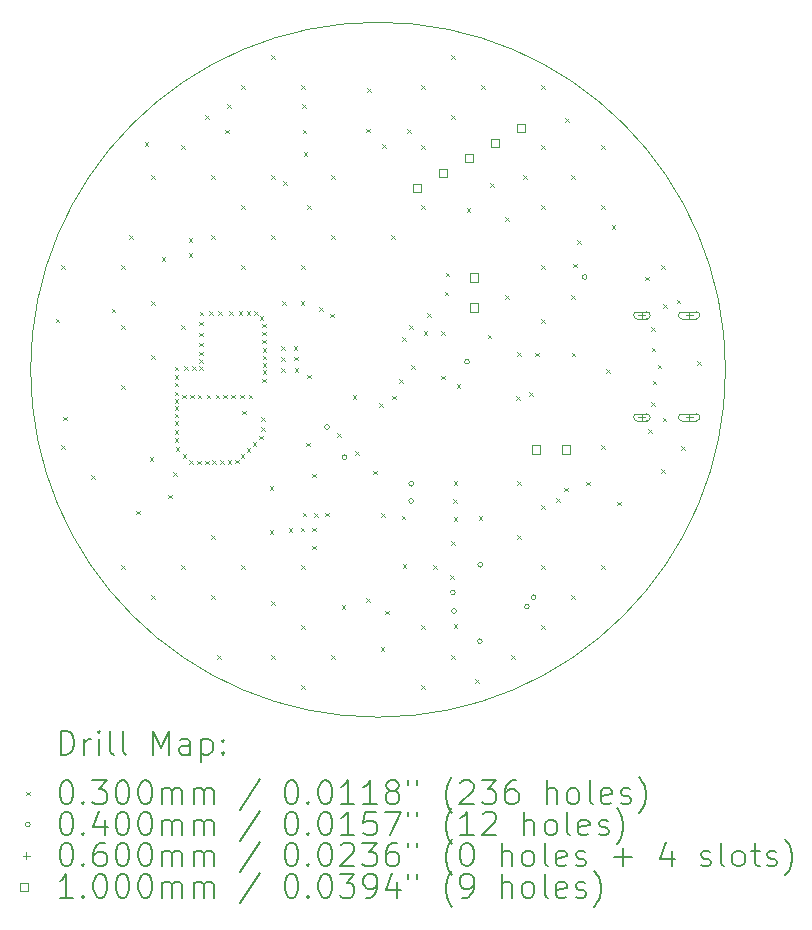
<source format=gbr>
%TF.GenerationSoftware,KiCad,Pcbnew,8.0.6*%
%TF.CreationDate,2025-05-06T14:41:08+02:00*%
%TF.ProjectId,capacitance,63617061-6369-4746-916e-63652e6b6963,rev?*%
%TF.SameCoordinates,Original*%
%TF.FileFunction,Drillmap*%
%TF.FilePolarity,Positive*%
%FSLAX45Y45*%
G04 Gerber Fmt 4.5, Leading zero omitted, Abs format (unit mm)*
G04 Created by KiCad (PCBNEW 8.0.6) date 2025-05-06 14:41:08*
%MOMM*%
%LPD*%
G01*
G04 APERTURE LIST*
%ADD10C,0.100000*%
%ADD11C,0.200000*%
G04 APERTURE END LIST*
D10*
X17291619Y-10520381D02*
G75*
G02*
X11408381Y-10520381I-2941619J0D01*
G01*
X11408381Y-10520381D02*
G75*
G02*
X17291619Y-10520381I2941619J0D01*
G01*
D11*
D10*
X11622500Y-10090000D02*
X11652500Y-10120000D01*
X11652500Y-10090000D02*
X11622500Y-10120000D01*
X11669000Y-9637000D02*
X11699000Y-9667000D01*
X11699000Y-9637000D02*
X11669000Y-9667000D01*
X11669000Y-11161000D02*
X11699000Y-11191000D01*
X11699000Y-11161000D02*
X11669000Y-11191000D01*
X11685500Y-10920000D02*
X11715500Y-10950000D01*
X11715500Y-10920000D02*
X11685500Y-10950000D01*
X11923000Y-11415000D02*
X11953000Y-11445000D01*
X11953000Y-11415000D02*
X11923000Y-11445000D01*
X12095000Y-10002500D02*
X12125000Y-10032500D01*
X12125000Y-10002500D02*
X12095000Y-10032500D01*
X12177000Y-9637000D02*
X12207000Y-9667000D01*
X12207000Y-9637000D02*
X12177000Y-9667000D01*
X12177000Y-10145000D02*
X12207000Y-10175000D01*
X12207000Y-10145000D02*
X12177000Y-10175000D01*
X12177000Y-10653000D02*
X12207000Y-10683000D01*
X12207000Y-10653000D02*
X12177000Y-10683000D01*
X12177000Y-12177000D02*
X12207000Y-12207000D01*
X12207000Y-12177000D02*
X12177000Y-12207000D01*
X12245194Y-9380511D02*
X12275194Y-9410511D01*
X12275194Y-9380511D02*
X12245194Y-9410511D01*
X12300674Y-11713972D02*
X12330674Y-11743972D01*
X12330674Y-11713972D02*
X12300674Y-11743972D01*
X12375000Y-8592500D02*
X12405000Y-8622500D01*
X12405000Y-8592500D02*
X12375000Y-8622500D01*
X12417000Y-11262000D02*
X12447000Y-11292000D01*
X12447000Y-11262000D02*
X12417000Y-11292000D01*
X12431000Y-8875000D02*
X12461000Y-8905000D01*
X12461000Y-8875000D02*
X12431000Y-8905000D01*
X12431000Y-9941800D02*
X12461000Y-9971800D01*
X12461000Y-9941800D02*
X12431000Y-9971800D01*
X12431000Y-10399000D02*
X12461000Y-10429000D01*
X12461000Y-10399000D02*
X12431000Y-10429000D01*
X12431000Y-12431000D02*
X12461000Y-12461000D01*
X12461000Y-12431000D02*
X12431000Y-12461000D01*
X12520378Y-9566791D02*
X12550378Y-9596791D01*
X12550378Y-9566791D02*
X12520378Y-9596791D01*
X12573000Y-11578000D02*
X12603000Y-11608000D01*
X12603000Y-11578000D02*
X12573000Y-11608000D01*
X12615004Y-11390267D02*
X12645004Y-11420267D01*
X12645004Y-11390267D02*
X12615004Y-11420267D01*
X12629662Y-10496000D02*
X12659662Y-10526000D01*
X12659662Y-10496000D02*
X12629662Y-10526000D01*
X12629662Y-10569000D02*
X12659662Y-10599000D01*
X12659662Y-10569000D02*
X12629662Y-10599000D01*
X12629662Y-10631500D02*
X12659662Y-10661500D01*
X12659662Y-10631500D02*
X12629662Y-10661500D01*
X12629662Y-10707059D02*
X12659662Y-10737059D01*
X12659662Y-10707059D02*
X12629662Y-10737059D01*
X12629662Y-10769559D02*
X12659662Y-10799559D01*
X12659662Y-10769559D02*
X12629662Y-10799559D01*
X12629662Y-10829000D02*
X12659662Y-10859000D01*
X12659662Y-10829000D02*
X12629662Y-10859000D01*
X12629662Y-10891662D02*
X12659662Y-10921662D01*
X12659662Y-10891662D02*
X12629662Y-10921662D01*
X12629662Y-10957000D02*
X12659662Y-10987000D01*
X12659662Y-10957000D02*
X12629662Y-10987000D01*
X12629662Y-11034000D02*
X12659662Y-11064000D01*
X12659662Y-11034000D02*
X12629662Y-11064000D01*
X12629662Y-11102662D02*
X12659662Y-11132662D01*
X12659662Y-11102662D02*
X12629662Y-11132662D01*
X12637000Y-11175000D02*
X12667000Y-11205000D01*
X12667000Y-11175000D02*
X12637000Y-11205000D01*
X12685000Y-8621000D02*
X12715000Y-8651000D01*
X12715000Y-8621000D02*
X12685000Y-8651000D01*
X12685000Y-10145000D02*
X12715000Y-10175000D01*
X12715000Y-10145000D02*
X12685000Y-10175000D01*
X12685000Y-12177000D02*
X12715000Y-12207000D01*
X12715000Y-12177000D02*
X12685000Y-12207000D01*
X12690000Y-10732500D02*
X12720000Y-10762500D01*
X12720000Y-10732500D02*
X12690000Y-10762500D01*
X12697000Y-11235000D02*
X12727000Y-11265000D01*
X12727000Y-11235000D02*
X12697000Y-11265000D01*
X12707000Y-10492000D02*
X12737000Y-10522000D01*
X12737000Y-10492000D02*
X12707000Y-10522000D01*
X12746043Y-9535069D02*
X12776043Y-9565069D01*
X12776043Y-9535069D02*
X12746043Y-9565069D01*
X12747803Y-9407287D02*
X12777803Y-9437287D01*
X12777803Y-9407287D02*
X12747803Y-9437287D01*
X12750000Y-11288000D02*
X12780000Y-11318000D01*
X12780000Y-11288000D02*
X12750000Y-11318000D01*
X12759500Y-10732500D02*
X12789500Y-10762500D01*
X12789500Y-10732500D02*
X12759500Y-10762500D01*
X12777000Y-10492000D02*
X12807000Y-10522000D01*
X12807000Y-10492000D02*
X12777000Y-10522000D01*
X12819000Y-11290000D02*
X12849000Y-11320000D01*
X12849000Y-11290000D02*
X12819000Y-11320000D01*
X12822000Y-10732500D02*
X12852000Y-10762500D01*
X12852000Y-10732500D02*
X12822000Y-10762500D01*
X12835000Y-10492000D02*
X12865000Y-10522000D01*
X12865000Y-10492000D02*
X12835000Y-10522000D01*
X12836000Y-10116000D02*
X12866000Y-10146000D01*
X12866000Y-10116000D02*
X12836000Y-10146000D01*
X12836000Y-10209000D02*
X12866000Y-10239000D01*
X12866000Y-10209000D02*
X12836000Y-10239000D01*
X12836000Y-10294000D02*
X12866000Y-10324000D01*
X12866000Y-10294000D02*
X12836000Y-10324000D01*
X12836000Y-10368000D02*
X12866000Y-10398000D01*
X12866000Y-10368000D02*
X12836000Y-10398000D01*
X12836000Y-10434000D02*
X12866000Y-10464000D01*
X12866000Y-10434000D02*
X12836000Y-10464000D01*
X12839500Y-10028500D02*
X12869500Y-10058500D01*
X12869500Y-10028500D02*
X12839500Y-10058500D01*
X12887000Y-11290000D02*
X12917000Y-11320000D01*
X12917000Y-11290000D02*
X12887000Y-11320000D01*
X12888200Y-8367000D02*
X12918200Y-8397000D01*
X12918200Y-8367000D02*
X12888200Y-8397000D01*
X12900000Y-10732500D02*
X12930000Y-10762500D01*
X12930000Y-10732500D02*
X12900000Y-10762500D01*
X12919000Y-10027000D02*
X12949000Y-10057000D01*
X12949000Y-10027000D02*
X12919000Y-10057000D01*
X12939000Y-8875000D02*
X12969000Y-8905000D01*
X12969000Y-8875000D02*
X12939000Y-8905000D01*
X12939000Y-9383000D02*
X12969000Y-9413000D01*
X12969000Y-9383000D02*
X12939000Y-9413000D01*
X12939000Y-11923000D02*
X12969000Y-11953000D01*
X12969000Y-11923000D02*
X12939000Y-11953000D01*
X12939000Y-12431000D02*
X12969000Y-12461000D01*
X12969000Y-12431000D02*
X12939000Y-12461000D01*
X12948000Y-11289000D02*
X12978000Y-11319000D01*
X12978000Y-11289000D02*
X12948000Y-11319000D01*
X12974000Y-10732500D02*
X13004000Y-10762500D01*
X13004000Y-10732500D02*
X12974000Y-10762500D01*
X12989800Y-12939000D02*
X13019800Y-12969000D01*
X13019800Y-12939000D02*
X12989800Y-12969000D01*
X12998000Y-10027000D02*
X13028000Y-10057000D01*
X13028000Y-10027000D02*
X12998000Y-10057000D01*
X13013000Y-11287000D02*
X13043000Y-11317000D01*
X13043000Y-11287000D02*
X13013000Y-11317000D01*
X13040000Y-10732500D02*
X13070000Y-10762500D01*
X13070000Y-10732500D02*
X13040000Y-10762500D01*
X13055000Y-8487000D02*
X13085000Y-8517000D01*
X13085000Y-8487000D02*
X13055000Y-8517000D01*
X13072000Y-8271000D02*
X13102000Y-8301000D01*
X13102000Y-8271000D02*
X13072000Y-8301000D01*
X13078000Y-11288000D02*
X13108000Y-11318000D01*
X13108000Y-11288000D02*
X13078000Y-11318000D01*
X13088000Y-10027000D02*
X13118000Y-10057000D01*
X13118000Y-10027000D02*
X13088000Y-10057000D01*
X13107000Y-10732500D02*
X13137000Y-10762500D01*
X13137000Y-10732500D02*
X13107000Y-10762500D01*
X13142000Y-11284000D02*
X13172000Y-11314000D01*
X13172000Y-11284000D02*
X13142000Y-11314000D01*
X13170000Y-10027000D02*
X13200000Y-10057000D01*
X13200000Y-10027000D02*
X13170000Y-10057000D01*
X13185000Y-10732500D02*
X13215000Y-10762500D01*
X13215000Y-10732500D02*
X13185000Y-10762500D01*
X13187000Y-11235000D02*
X13217000Y-11265000D01*
X13217000Y-11235000D02*
X13187000Y-11265000D01*
X13193000Y-8113000D02*
X13223000Y-8143000D01*
X13223000Y-8113000D02*
X13193000Y-8143000D01*
X13193000Y-9129000D02*
X13223000Y-9159000D01*
X13223000Y-9129000D02*
X13193000Y-9159000D01*
X13193000Y-9637000D02*
X13223000Y-9667000D01*
X13223000Y-9637000D02*
X13193000Y-9667000D01*
X13193000Y-12177000D02*
X13223000Y-12207000D01*
X13223000Y-12177000D02*
X13193000Y-12207000D01*
X13201000Y-10866000D02*
X13231000Y-10896000D01*
X13231000Y-10866000D02*
X13201000Y-10896000D01*
X13237000Y-10027000D02*
X13267000Y-10057000D01*
X13267000Y-10027000D02*
X13237000Y-10057000D01*
X13238500Y-11183500D02*
X13268500Y-11213500D01*
X13268500Y-11183500D02*
X13238500Y-11213500D01*
X13253500Y-10732500D02*
X13283500Y-10762500D01*
X13283500Y-10732500D02*
X13253500Y-10762500D01*
X13289500Y-11132500D02*
X13319500Y-11162500D01*
X13319500Y-11132500D02*
X13289500Y-11162500D01*
X13303000Y-10027000D02*
X13333000Y-10057000D01*
X13333000Y-10027000D02*
X13303000Y-10057000D01*
X13342500Y-11079500D02*
X13372500Y-11109500D01*
X13372500Y-11079500D02*
X13342500Y-11109500D01*
X13349500Y-10066500D02*
X13379500Y-10096500D01*
X13379500Y-10066500D02*
X13349500Y-10096500D01*
X13361194Y-10923806D02*
X13391194Y-10953806D01*
X13391194Y-10923806D02*
X13361194Y-10953806D01*
X13361194Y-11008806D02*
X13391194Y-11038806D01*
X13391194Y-11008806D02*
X13361194Y-11038806D01*
X13371000Y-10130000D02*
X13401000Y-10160000D01*
X13401000Y-10130000D02*
X13371000Y-10160000D01*
X13371000Y-10199000D02*
X13401000Y-10229000D01*
X13401000Y-10199000D02*
X13371000Y-10229000D01*
X13371000Y-10266000D02*
X13401000Y-10296000D01*
X13401000Y-10266000D02*
X13371000Y-10296000D01*
X13371000Y-10596000D02*
X13401000Y-10626000D01*
X13401000Y-10596000D02*
X13371000Y-10626000D01*
X13372000Y-10401000D02*
X13402000Y-10431000D01*
X13402000Y-10401000D02*
X13372000Y-10431000D01*
X13372000Y-10527000D02*
X13402000Y-10557000D01*
X13402000Y-10527000D02*
X13372000Y-10557000D01*
X13373000Y-10340000D02*
X13403000Y-10370000D01*
X13403000Y-10340000D02*
X13373000Y-10370000D01*
X13374000Y-10466000D02*
X13404000Y-10496000D01*
X13404000Y-10466000D02*
X13374000Y-10496000D01*
X13433000Y-11509000D02*
X13463000Y-11539000D01*
X13463000Y-11509000D02*
X13433000Y-11539000D01*
X13433000Y-11881000D02*
X13463000Y-11911000D01*
X13463000Y-11881000D02*
X13433000Y-11911000D01*
X13446000Y-8876000D02*
X13476000Y-8906000D01*
X13476000Y-8876000D02*
X13446000Y-8906000D01*
X13447000Y-7859000D02*
X13477000Y-7889000D01*
X13477000Y-7859000D02*
X13447000Y-7889000D01*
X13447000Y-9383000D02*
X13477000Y-9413000D01*
X13477000Y-9383000D02*
X13447000Y-9413000D01*
X13447000Y-12481800D02*
X13477000Y-12511800D01*
X13477000Y-12481800D02*
X13447000Y-12511800D01*
X13447000Y-12939000D02*
X13477000Y-12969000D01*
X13477000Y-12939000D02*
X13447000Y-12969000D01*
X13529000Y-10322000D02*
X13559000Y-10352000D01*
X13559000Y-10322000D02*
X13529000Y-10352000D01*
X13530000Y-10413000D02*
X13560000Y-10443000D01*
X13560000Y-10413000D02*
X13530000Y-10443000D01*
X13530000Y-10506000D02*
X13560000Y-10536000D01*
X13560000Y-10506000D02*
X13530000Y-10536000D01*
X13541000Y-9941000D02*
X13571000Y-9971000D01*
X13571000Y-9941000D02*
X13541000Y-9971000D01*
X13548600Y-8925800D02*
X13578600Y-8955800D01*
X13578600Y-8925800D02*
X13548600Y-8955800D01*
X13593000Y-11862000D02*
X13623000Y-11892000D01*
X13623000Y-11862000D02*
X13593000Y-11892000D01*
X13637000Y-10322000D02*
X13667000Y-10352000D01*
X13667000Y-10322000D02*
X13637000Y-10352000D01*
X13639000Y-10410000D02*
X13669000Y-10440000D01*
X13669000Y-10410000D02*
X13639000Y-10440000D01*
X13644000Y-10506000D02*
X13674000Y-10536000D01*
X13674000Y-10506000D02*
X13644000Y-10536000D01*
X13694000Y-9940000D02*
X13724000Y-9970000D01*
X13724000Y-9940000D02*
X13694000Y-9970000D01*
X13695000Y-11860000D02*
X13725000Y-11890000D01*
X13725000Y-11860000D02*
X13695000Y-11890000D01*
X13701000Y-8113000D02*
X13731000Y-8143000D01*
X13731000Y-8113000D02*
X13701000Y-8143000D01*
X13701000Y-9637000D02*
X13731000Y-9667000D01*
X13731000Y-9637000D02*
X13701000Y-9667000D01*
X13701000Y-12177000D02*
X13731000Y-12207000D01*
X13731000Y-12177000D02*
X13701000Y-12207000D01*
X13701000Y-12685000D02*
X13731000Y-12715000D01*
X13731000Y-12685000D02*
X13701000Y-12715000D01*
X13701000Y-13193000D02*
X13731000Y-13223000D01*
X13731000Y-13193000D02*
X13701000Y-13223000D01*
X13708000Y-8274000D02*
X13738000Y-8304000D01*
X13738000Y-8274000D02*
X13708000Y-8304000D01*
X13714000Y-8489000D02*
X13744000Y-8519000D01*
X13744000Y-8489000D02*
X13714000Y-8519000D01*
X13714000Y-11733000D02*
X13744000Y-11763000D01*
X13744000Y-11733000D02*
X13714000Y-11763000D01*
X13721000Y-8677000D02*
X13751000Y-8707000D01*
X13751000Y-8677000D02*
X13721000Y-8707000D01*
X13743000Y-11140000D02*
X13773000Y-11170000D01*
X13773000Y-11140000D02*
X13743000Y-11170000D01*
X13751800Y-9129000D02*
X13781800Y-9159000D01*
X13781800Y-9129000D02*
X13751800Y-9159000D01*
X13752000Y-10563000D02*
X13782000Y-10593000D01*
X13782000Y-10563000D02*
X13752000Y-10593000D01*
X13793000Y-12009000D02*
X13823000Y-12039000D01*
X13823000Y-12009000D02*
X13793000Y-12039000D01*
X13793000Y-11859000D02*
X13823000Y-11889000D01*
X13823000Y-11859000D02*
X13793000Y-11889000D01*
X13795000Y-11403000D02*
X13825000Y-11433000D01*
X13825000Y-11403000D02*
X13795000Y-11433000D01*
X13808000Y-11734000D02*
X13838000Y-11764000D01*
X13838000Y-11734000D02*
X13808000Y-11764000D01*
X13853400Y-9992600D02*
X13883400Y-10022600D01*
X13883400Y-9992600D02*
X13853400Y-10022600D01*
X13903000Y-11733000D02*
X13933000Y-11763000D01*
X13933000Y-11733000D02*
X13903000Y-11763000D01*
X13946000Y-10047000D02*
X13976000Y-10077000D01*
X13976000Y-10047000D02*
X13946000Y-10077000D01*
X13955000Y-8875000D02*
X13985000Y-8905000D01*
X13985000Y-8875000D02*
X13955000Y-8905000D01*
X13955000Y-9383000D02*
X13985000Y-9413000D01*
X13985000Y-9383000D02*
X13955000Y-9413000D01*
X13955000Y-12939000D02*
X13985000Y-12969000D01*
X13985000Y-12939000D02*
X13955000Y-12969000D01*
X14005800Y-11059400D02*
X14035800Y-11089400D01*
X14035800Y-11059400D02*
X14005800Y-11089400D01*
X14042335Y-12513170D02*
X14072335Y-12543170D01*
X14072335Y-12513170D02*
X14042335Y-12543170D01*
X14137500Y-10737500D02*
X14167500Y-10767500D01*
X14167500Y-10737500D02*
X14137500Y-10767500D01*
X14158200Y-11211800D02*
X14188200Y-11241800D01*
X14188200Y-11211800D02*
X14158200Y-11241800D01*
X14248000Y-12457000D02*
X14278000Y-12487000D01*
X14278000Y-12457000D02*
X14248000Y-12487000D01*
X14249244Y-8481244D02*
X14279244Y-8511244D01*
X14279244Y-8481244D02*
X14249244Y-8511244D01*
X14258000Y-8139000D02*
X14288000Y-8169000D01*
X14288000Y-8139000D02*
X14258000Y-8169000D01*
X14307500Y-11374500D02*
X14337500Y-11404500D01*
X14337500Y-11374500D02*
X14307500Y-11404500D01*
X14361400Y-10805400D02*
X14391400Y-10835400D01*
X14391400Y-10805400D02*
X14361400Y-10835400D01*
X14370835Y-12870670D02*
X14400835Y-12900670D01*
X14400835Y-12870670D02*
X14370835Y-12900670D01*
X14375000Y-11736000D02*
X14405000Y-11766000D01*
X14405000Y-11736000D02*
X14375000Y-11766000D01*
X14386000Y-8613000D02*
X14416000Y-8643000D01*
X14416000Y-8613000D02*
X14386000Y-8643000D01*
X14412025Y-12562860D02*
X14442025Y-12592860D01*
X14442025Y-12562860D02*
X14412025Y-12592860D01*
X14463000Y-9383000D02*
X14493000Y-9413000D01*
X14493000Y-9383000D02*
X14463000Y-9413000D01*
X14469000Y-10740000D02*
X14499000Y-10770000D01*
X14499000Y-10740000D02*
X14469000Y-10770000D01*
X14530000Y-10601000D02*
X14560000Y-10631000D01*
X14560000Y-10601000D02*
X14530000Y-10631000D01*
X14552000Y-11755000D02*
X14582000Y-11785000D01*
X14582000Y-11755000D02*
X14552000Y-11785000D01*
X14554000Y-10245000D02*
X14584000Y-10275000D01*
X14584000Y-10245000D02*
X14554000Y-10275000D01*
X14560500Y-12169000D02*
X14590500Y-12199000D01*
X14590500Y-12169000D02*
X14560500Y-12199000D01*
X14599000Y-8486000D02*
X14629000Y-8516000D01*
X14629000Y-8486000D02*
X14599000Y-8516000D01*
X14615400Y-10145000D02*
X14645400Y-10175000D01*
X14645400Y-10145000D02*
X14615400Y-10175000D01*
X14631000Y-10481000D02*
X14661000Y-10511000D01*
X14661000Y-10481000D02*
X14631000Y-10511000D01*
X14717000Y-8113000D02*
X14747000Y-8143000D01*
X14747000Y-8113000D02*
X14717000Y-8143000D01*
X14717000Y-8621000D02*
X14747000Y-8651000D01*
X14747000Y-8621000D02*
X14717000Y-8651000D01*
X14717000Y-9129000D02*
X14747000Y-9159000D01*
X14747000Y-9129000D02*
X14717000Y-9159000D01*
X14717000Y-12685000D02*
X14747000Y-12715000D01*
X14747000Y-12685000D02*
X14717000Y-12715000D01*
X14717000Y-13193000D02*
X14747000Y-13223000D01*
X14747000Y-13193000D02*
X14717000Y-13223000D01*
X14738000Y-10197000D02*
X14768000Y-10227000D01*
X14768000Y-10197000D02*
X14738000Y-10227000D01*
X14767800Y-10043400D02*
X14797800Y-10073400D01*
X14797800Y-10043400D02*
X14767800Y-10073400D01*
X14818600Y-12177000D02*
X14848600Y-12207000D01*
X14848600Y-12177000D02*
X14818600Y-12207000D01*
X14886000Y-10570000D02*
X14916000Y-10600000D01*
X14916000Y-10570000D02*
X14886000Y-10600000D01*
X14887000Y-10197000D02*
X14917000Y-10227000D01*
X14917000Y-10197000D02*
X14887000Y-10227000D01*
X14915750Y-9859000D02*
X14945750Y-9889000D01*
X14945750Y-9859000D02*
X14915750Y-9889000D01*
X14922000Y-9699000D02*
X14952000Y-9729000D01*
X14952000Y-9699000D02*
X14922000Y-9729000D01*
X14962500Y-12262500D02*
X14992500Y-12292500D01*
X14992500Y-12262500D02*
X14962500Y-12292500D01*
X14971000Y-7859000D02*
X15001000Y-7889000D01*
X15001000Y-7859000D02*
X14971000Y-7889000D01*
X14971000Y-8367000D02*
X15001000Y-8397000D01*
X15001000Y-8367000D02*
X14971000Y-8397000D01*
X14971000Y-11973800D02*
X15001000Y-12003800D01*
X15001000Y-11973800D02*
X14971000Y-12003800D01*
X14971000Y-12939000D02*
X15001000Y-12969000D01*
X15001000Y-12939000D02*
X14971000Y-12969000D01*
X14985000Y-11617000D02*
X15015000Y-11647000D01*
X15015000Y-11617000D02*
X14985000Y-11647000D01*
X14990000Y-11768000D02*
X15020000Y-11798000D01*
X15020000Y-11768000D02*
X14990000Y-11798000D01*
X14990000Y-12677500D02*
X15020000Y-12707500D01*
X15020000Y-12677500D02*
X14990000Y-12707500D01*
X14992000Y-11466000D02*
X15022000Y-11496000D01*
X15022000Y-11466000D02*
X14992000Y-11496000D01*
X15015000Y-10644000D02*
X15045000Y-10674000D01*
X15045000Y-10644000D02*
X15015000Y-10674000D01*
X15102500Y-9152500D02*
X15132500Y-9182500D01*
X15132500Y-9152500D02*
X15102500Y-9182500D01*
X15174200Y-13142200D02*
X15204200Y-13172200D01*
X15204200Y-13142200D02*
X15174200Y-13172200D01*
X15201000Y-11763000D02*
X15231000Y-11793000D01*
X15231000Y-11763000D02*
X15201000Y-11793000D01*
X15225000Y-8113000D02*
X15255000Y-8143000D01*
X15255000Y-8113000D02*
X15225000Y-8143000D01*
X15280000Y-10226000D02*
X15310000Y-10256000D01*
X15310000Y-10226000D02*
X15280000Y-10256000D01*
X15297500Y-8940000D02*
X15327500Y-8970000D01*
X15327500Y-8940000D02*
X15297500Y-8970000D01*
X15426000Y-9891000D02*
X15456000Y-9921000D01*
X15456000Y-9891000D02*
X15426000Y-9921000D01*
X15428200Y-9230600D02*
X15458200Y-9260600D01*
X15458200Y-9230600D02*
X15428200Y-9260600D01*
X15479000Y-12939000D02*
X15509000Y-12969000D01*
X15509000Y-12939000D02*
X15479000Y-12969000D01*
X15518749Y-10744000D02*
X15548749Y-10774000D01*
X15548749Y-10744000D02*
X15518749Y-10774000D01*
X15529000Y-10372501D02*
X15559000Y-10402501D01*
X15559000Y-10372501D02*
X15529000Y-10402501D01*
X15529800Y-11465800D02*
X15559800Y-11495800D01*
X15559800Y-11465800D02*
X15529800Y-11495800D01*
X15529800Y-11923000D02*
X15559800Y-11953000D01*
X15559800Y-11923000D02*
X15529800Y-11953000D01*
X15580600Y-8875000D02*
X15610600Y-8905000D01*
X15610600Y-8875000D02*
X15580600Y-8905000D01*
X15632000Y-10711749D02*
X15662000Y-10741749D01*
X15662000Y-10711749D02*
X15632000Y-10741749D01*
X15683000Y-10378000D02*
X15713000Y-10408000D01*
X15713000Y-10378000D02*
X15683000Y-10408000D01*
X15733000Y-8113000D02*
X15763000Y-8143000D01*
X15763000Y-8113000D02*
X15733000Y-8143000D01*
X15733000Y-8621000D02*
X15763000Y-8651000D01*
X15763000Y-8621000D02*
X15733000Y-8651000D01*
X15733000Y-9129000D02*
X15763000Y-9159000D01*
X15763000Y-9129000D02*
X15733000Y-9159000D01*
X15733000Y-9637000D02*
X15763000Y-9667000D01*
X15763000Y-9637000D02*
X15733000Y-9667000D01*
X15733000Y-10094200D02*
X15763000Y-10124200D01*
X15763000Y-10094200D02*
X15733000Y-10124200D01*
X15733000Y-11669000D02*
X15763000Y-11699000D01*
X15763000Y-11669000D02*
X15733000Y-11699000D01*
X15733000Y-12177000D02*
X15763000Y-12207000D01*
X15763000Y-12177000D02*
X15733000Y-12207000D01*
X15733000Y-12685000D02*
X15763000Y-12715000D01*
X15763000Y-12685000D02*
X15733000Y-12715000D01*
X15857030Y-11606416D02*
X15887030Y-11636416D01*
X15887030Y-11606416D02*
X15857030Y-11636416D01*
X15927460Y-11518179D02*
X15957460Y-11548179D01*
X15957460Y-11518179D02*
X15927460Y-11548179D01*
X15935000Y-8392500D02*
X15965000Y-8422500D01*
X15965000Y-8392500D02*
X15935000Y-8422500D01*
X15987000Y-8875000D02*
X16017000Y-8905000D01*
X16017000Y-8875000D02*
X15987000Y-8905000D01*
X15987000Y-9891000D02*
X16017000Y-9921000D01*
X16017000Y-9891000D02*
X15987000Y-9921000D01*
X15987000Y-12431000D02*
X16017000Y-12461000D01*
X16017000Y-12431000D02*
X15987000Y-12461000D01*
X15991000Y-10378000D02*
X16021000Y-10408000D01*
X16021000Y-10378000D02*
X15991000Y-10408000D01*
X16004311Y-9624609D02*
X16034311Y-9654609D01*
X16034311Y-9624609D02*
X16004311Y-9654609D01*
X16038154Y-9426027D02*
X16068154Y-9456027D01*
X16068154Y-9426027D02*
X16038154Y-9456027D01*
X16111800Y-11467143D02*
X16141800Y-11497143D01*
X16141800Y-11467143D02*
X16111800Y-11497143D01*
X16241000Y-8621000D02*
X16271000Y-8651000D01*
X16271000Y-8621000D02*
X16241000Y-8651000D01*
X16241000Y-9129000D02*
X16271000Y-9159000D01*
X16271000Y-9129000D02*
X16241000Y-9159000D01*
X16241000Y-11161000D02*
X16271000Y-11191000D01*
X16271000Y-11161000D02*
X16241000Y-11191000D01*
X16241000Y-12177000D02*
X16271000Y-12207000D01*
X16271000Y-12177000D02*
X16241000Y-12207000D01*
X16280000Y-10515000D02*
X16310000Y-10545000D01*
X16310000Y-10515000D02*
X16280000Y-10545000D01*
X16329457Y-9294962D02*
X16359457Y-9324962D01*
X16359457Y-9294962D02*
X16329457Y-9324962D01*
X16374000Y-11637000D02*
X16404000Y-11667000D01*
X16404000Y-11637000D02*
X16374000Y-11667000D01*
X16612000Y-9733000D02*
X16642000Y-9763000D01*
X16642000Y-9733000D02*
X16612000Y-9763000D01*
X16637500Y-11022500D02*
X16667500Y-11052500D01*
X16667500Y-11022500D02*
X16637500Y-11052500D01*
X16663000Y-10161000D02*
X16693000Y-10191000D01*
X16693000Y-10161000D02*
X16663000Y-10191000D01*
X16664000Y-10795000D02*
X16694000Y-10825000D01*
X16694000Y-10795000D02*
X16664000Y-10825000D01*
X16666000Y-10336000D02*
X16696000Y-10366000D01*
X16696000Y-10336000D02*
X16666000Y-10366000D01*
X16677000Y-10612000D02*
X16707000Y-10642000D01*
X16707000Y-10612000D02*
X16677000Y-10642000D01*
X16717500Y-10477500D02*
X16747500Y-10507500D01*
X16747500Y-10477500D02*
X16717500Y-10507500D01*
X16749000Y-9637000D02*
X16779000Y-9667000D01*
X16779000Y-9637000D02*
X16749000Y-9667000D01*
X16749000Y-11364200D02*
X16779000Y-11394200D01*
X16779000Y-11364200D02*
X16749000Y-11394200D01*
X16760000Y-10927000D02*
X16790000Y-10957000D01*
X16790000Y-10927000D02*
X16760000Y-10957000D01*
X16765000Y-9968000D02*
X16795000Y-9998000D01*
X16795000Y-9968000D02*
X16765000Y-9998000D01*
X16880000Y-9927500D02*
X16910000Y-9957500D01*
X16910000Y-9927500D02*
X16880000Y-9957500D01*
X16916499Y-11168501D02*
X16946499Y-11198501D01*
X16946499Y-11168501D02*
X16916499Y-11198501D01*
X17053800Y-10449800D02*
X17083800Y-10479800D01*
X17083800Y-10449800D02*
X17053800Y-10479800D01*
X13937000Y-11006000D02*
G75*
G02*
X13897000Y-11006000I-20000J0D01*
G01*
X13897000Y-11006000D02*
G75*
G02*
X13937000Y-11006000I20000J0D01*
G01*
X14086000Y-11260000D02*
G75*
G02*
X14046000Y-11260000I-20000J0D01*
G01*
X14046000Y-11260000D02*
G75*
G02*
X14086000Y-11260000I20000J0D01*
G01*
X14650000Y-11631000D02*
G75*
G02*
X14610000Y-11631000I-20000J0D01*
G01*
X14610000Y-11631000D02*
G75*
G02*
X14650000Y-11631000I20000J0D01*
G01*
X14651000Y-11486000D02*
G75*
G02*
X14611000Y-11486000I-20000J0D01*
G01*
X14611000Y-11486000D02*
G75*
G02*
X14651000Y-11486000I20000J0D01*
G01*
X15003500Y-12405500D02*
G75*
G02*
X14963500Y-12405500I-20000J0D01*
G01*
X14963500Y-12405500D02*
G75*
G02*
X15003500Y-12405500I20000J0D01*
G01*
X15014000Y-12564000D02*
G75*
G02*
X14974000Y-12564000I-20000J0D01*
G01*
X14974000Y-12564000D02*
G75*
G02*
X15014000Y-12564000I20000J0D01*
G01*
X15123000Y-10452500D02*
G75*
G02*
X15083000Y-10452500I-20000J0D01*
G01*
X15083000Y-10452500D02*
G75*
G02*
X15123000Y-10452500I20000J0D01*
G01*
X15232000Y-12819000D02*
G75*
G02*
X15192000Y-12819000I-20000J0D01*
G01*
X15192000Y-12819000D02*
G75*
G02*
X15232000Y-12819000I20000J0D01*
G01*
X15235000Y-12172000D02*
G75*
G02*
X15195000Y-12172000I-20000J0D01*
G01*
X15195000Y-12172000D02*
G75*
G02*
X15235000Y-12172000I20000J0D01*
G01*
X15630566Y-12527531D02*
G75*
G02*
X15590566Y-12527531I-20000J0D01*
G01*
X15590566Y-12527531D02*
G75*
G02*
X15630566Y-12527531I20000J0D01*
G01*
X15688396Y-12445949D02*
G75*
G02*
X15648396Y-12445949I-20000J0D01*
G01*
X15648396Y-12445949D02*
G75*
G02*
X15688396Y-12445949I20000J0D01*
G01*
X16119664Y-9735315D02*
G75*
G02*
X16079664Y-9735315I-20000J0D01*
G01*
X16079664Y-9735315D02*
G75*
G02*
X16119664Y-9735315I20000J0D01*
G01*
X16584000Y-10030000D02*
X16584000Y-10090000D01*
X16554000Y-10060000D02*
X16614000Y-10060000D01*
X16544000Y-10090000D02*
X16624000Y-10090000D01*
X16624000Y-10030000D02*
G75*
G02*
X16624000Y-10090000I0J-30000D01*
G01*
X16624000Y-10030000D02*
X16544000Y-10030000D01*
X16544000Y-10030000D02*
G75*
G03*
X16544000Y-10090000I0J-30000D01*
G01*
X16584000Y-10894000D02*
X16584000Y-10954000D01*
X16554000Y-10924000D02*
X16614000Y-10924000D01*
X16544000Y-10954000D02*
X16624000Y-10954000D01*
X16624000Y-10894000D02*
G75*
G02*
X16624000Y-10954000I0J-30000D01*
G01*
X16624000Y-10894000D02*
X16544000Y-10894000D01*
X16544000Y-10894000D02*
G75*
G03*
X16544000Y-10954000I0J-30000D01*
G01*
X16984000Y-10030000D02*
X16984000Y-10090000D01*
X16954000Y-10060000D02*
X17014000Y-10060000D01*
X16924000Y-10090000D02*
X17044000Y-10090000D01*
X17044000Y-10030000D02*
G75*
G02*
X17044000Y-10090000I0J-30000D01*
G01*
X17044000Y-10030000D02*
X16924000Y-10030000D01*
X16924000Y-10030000D02*
G75*
G03*
X16924000Y-10090000I0J-30000D01*
G01*
X16984000Y-10894000D02*
X16984000Y-10954000D01*
X16954000Y-10924000D02*
X17014000Y-10924000D01*
X16924000Y-10954000D02*
X17044000Y-10954000D01*
X17044000Y-10894000D02*
G75*
G02*
X17044000Y-10954000I0J-30000D01*
G01*
X17044000Y-10894000D02*
X16924000Y-10894000D01*
X16924000Y-10894000D02*
G75*
G03*
X16924000Y-10954000I0J-30000D01*
G01*
X14716385Y-9016356D02*
X14716385Y-8945644D01*
X14645674Y-8945644D01*
X14645674Y-9016356D01*
X14716385Y-9016356D01*
X14936356Y-8889356D02*
X14936356Y-8818644D01*
X14865644Y-8818644D01*
X14865644Y-8889356D01*
X14936356Y-8889356D01*
X15156326Y-8762356D02*
X15156326Y-8691644D01*
X15085615Y-8691644D01*
X15085615Y-8762356D01*
X15156326Y-8762356D01*
X15200356Y-9774356D02*
X15200356Y-9703644D01*
X15129644Y-9703644D01*
X15129644Y-9774356D01*
X15200356Y-9774356D01*
X15200358Y-10028356D02*
X15200358Y-9957644D01*
X15129646Y-9957644D01*
X15129646Y-10028356D01*
X15200358Y-10028356D01*
X15376297Y-8635356D02*
X15376297Y-8564644D01*
X15305585Y-8564644D01*
X15305585Y-8635356D01*
X15376297Y-8635356D01*
X15596267Y-8508356D02*
X15596267Y-8437644D01*
X15525556Y-8437644D01*
X15525556Y-8508356D01*
X15596267Y-8508356D01*
X15724606Y-11231355D02*
X15724606Y-11160643D01*
X15653894Y-11160643D01*
X15653894Y-11231355D01*
X15724606Y-11231355D01*
X15978605Y-11231353D02*
X15978605Y-11160642D01*
X15907894Y-11160642D01*
X15907894Y-11231353D01*
X15978605Y-11231353D01*
D11*
X11664157Y-13778484D02*
X11664157Y-13578484D01*
X11664157Y-13578484D02*
X11711776Y-13578484D01*
X11711776Y-13578484D02*
X11740348Y-13588008D01*
X11740348Y-13588008D02*
X11759396Y-13607055D01*
X11759396Y-13607055D02*
X11768919Y-13626103D01*
X11768919Y-13626103D02*
X11778443Y-13664198D01*
X11778443Y-13664198D02*
X11778443Y-13692770D01*
X11778443Y-13692770D02*
X11768919Y-13730865D01*
X11768919Y-13730865D02*
X11759396Y-13749912D01*
X11759396Y-13749912D02*
X11740348Y-13768960D01*
X11740348Y-13768960D02*
X11711776Y-13778484D01*
X11711776Y-13778484D02*
X11664157Y-13778484D01*
X11864157Y-13778484D02*
X11864157Y-13645150D01*
X11864157Y-13683246D02*
X11873681Y-13664198D01*
X11873681Y-13664198D02*
X11883205Y-13654674D01*
X11883205Y-13654674D02*
X11902253Y-13645150D01*
X11902253Y-13645150D02*
X11921300Y-13645150D01*
X11987967Y-13778484D02*
X11987967Y-13645150D01*
X11987967Y-13578484D02*
X11978443Y-13588008D01*
X11978443Y-13588008D02*
X11987967Y-13597531D01*
X11987967Y-13597531D02*
X11997491Y-13588008D01*
X11997491Y-13588008D02*
X11987967Y-13578484D01*
X11987967Y-13578484D02*
X11987967Y-13597531D01*
X12111776Y-13778484D02*
X12092729Y-13768960D01*
X12092729Y-13768960D02*
X12083205Y-13749912D01*
X12083205Y-13749912D02*
X12083205Y-13578484D01*
X12216538Y-13778484D02*
X12197491Y-13768960D01*
X12197491Y-13768960D02*
X12187967Y-13749912D01*
X12187967Y-13749912D02*
X12187967Y-13578484D01*
X12445110Y-13778484D02*
X12445110Y-13578484D01*
X12445110Y-13578484D02*
X12511777Y-13721341D01*
X12511777Y-13721341D02*
X12578443Y-13578484D01*
X12578443Y-13578484D02*
X12578443Y-13778484D01*
X12759396Y-13778484D02*
X12759396Y-13673722D01*
X12759396Y-13673722D02*
X12749872Y-13654674D01*
X12749872Y-13654674D02*
X12730824Y-13645150D01*
X12730824Y-13645150D02*
X12692729Y-13645150D01*
X12692729Y-13645150D02*
X12673681Y-13654674D01*
X12759396Y-13768960D02*
X12740348Y-13778484D01*
X12740348Y-13778484D02*
X12692729Y-13778484D01*
X12692729Y-13778484D02*
X12673681Y-13768960D01*
X12673681Y-13768960D02*
X12664157Y-13749912D01*
X12664157Y-13749912D02*
X12664157Y-13730865D01*
X12664157Y-13730865D02*
X12673681Y-13711817D01*
X12673681Y-13711817D02*
X12692729Y-13702293D01*
X12692729Y-13702293D02*
X12740348Y-13702293D01*
X12740348Y-13702293D02*
X12759396Y-13692770D01*
X12854634Y-13645150D02*
X12854634Y-13845150D01*
X12854634Y-13654674D02*
X12873681Y-13645150D01*
X12873681Y-13645150D02*
X12911777Y-13645150D01*
X12911777Y-13645150D02*
X12930824Y-13654674D01*
X12930824Y-13654674D02*
X12940348Y-13664198D01*
X12940348Y-13664198D02*
X12949872Y-13683246D01*
X12949872Y-13683246D02*
X12949872Y-13740389D01*
X12949872Y-13740389D02*
X12940348Y-13759436D01*
X12940348Y-13759436D02*
X12930824Y-13768960D01*
X12930824Y-13768960D02*
X12911777Y-13778484D01*
X12911777Y-13778484D02*
X12873681Y-13778484D01*
X12873681Y-13778484D02*
X12854634Y-13768960D01*
X13035586Y-13759436D02*
X13045110Y-13768960D01*
X13045110Y-13768960D02*
X13035586Y-13778484D01*
X13035586Y-13778484D02*
X13026062Y-13768960D01*
X13026062Y-13768960D02*
X13035586Y-13759436D01*
X13035586Y-13759436D02*
X13035586Y-13778484D01*
X13035586Y-13654674D02*
X13045110Y-13664198D01*
X13045110Y-13664198D02*
X13035586Y-13673722D01*
X13035586Y-13673722D02*
X13026062Y-13664198D01*
X13026062Y-13664198D02*
X13035586Y-13654674D01*
X13035586Y-13654674D02*
X13035586Y-13673722D01*
D10*
X11373381Y-14092000D02*
X11403381Y-14122000D01*
X11403381Y-14092000D02*
X11373381Y-14122000D01*
D11*
X11702253Y-13998484D02*
X11721300Y-13998484D01*
X11721300Y-13998484D02*
X11740348Y-14008008D01*
X11740348Y-14008008D02*
X11749872Y-14017531D01*
X11749872Y-14017531D02*
X11759396Y-14036579D01*
X11759396Y-14036579D02*
X11768919Y-14074674D01*
X11768919Y-14074674D02*
X11768919Y-14122293D01*
X11768919Y-14122293D02*
X11759396Y-14160389D01*
X11759396Y-14160389D02*
X11749872Y-14179436D01*
X11749872Y-14179436D02*
X11740348Y-14188960D01*
X11740348Y-14188960D02*
X11721300Y-14198484D01*
X11721300Y-14198484D02*
X11702253Y-14198484D01*
X11702253Y-14198484D02*
X11683205Y-14188960D01*
X11683205Y-14188960D02*
X11673681Y-14179436D01*
X11673681Y-14179436D02*
X11664157Y-14160389D01*
X11664157Y-14160389D02*
X11654634Y-14122293D01*
X11654634Y-14122293D02*
X11654634Y-14074674D01*
X11654634Y-14074674D02*
X11664157Y-14036579D01*
X11664157Y-14036579D02*
X11673681Y-14017531D01*
X11673681Y-14017531D02*
X11683205Y-14008008D01*
X11683205Y-14008008D02*
X11702253Y-13998484D01*
X11854634Y-14179436D02*
X11864157Y-14188960D01*
X11864157Y-14188960D02*
X11854634Y-14198484D01*
X11854634Y-14198484D02*
X11845110Y-14188960D01*
X11845110Y-14188960D02*
X11854634Y-14179436D01*
X11854634Y-14179436D02*
X11854634Y-14198484D01*
X11930824Y-13998484D02*
X12054634Y-13998484D01*
X12054634Y-13998484D02*
X11987967Y-14074674D01*
X11987967Y-14074674D02*
X12016538Y-14074674D01*
X12016538Y-14074674D02*
X12035586Y-14084198D01*
X12035586Y-14084198D02*
X12045110Y-14093722D01*
X12045110Y-14093722D02*
X12054634Y-14112770D01*
X12054634Y-14112770D02*
X12054634Y-14160389D01*
X12054634Y-14160389D02*
X12045110Y-14179436D01*
X12045110Y-14179436D02*
X12035586Y-14188960D01*
X12035586Y-14188960D02*
X12016538Y-14198484D01*
X12016538Y-14198484D02*
X11959396Y-14198484D01*
X11959396Y-14198484D02*
X11940348Y-14188960D01*
X11940348Y-14188960D02*
X11930824Y-14179436D01*
X12178443Y-13998484D02*
X12197491Y-13998484D01*
X12197491Y-13998484D02*
X12216538Y-14008008D01*
X12216538Y-14008008D02*
X12226062Y-14017531D01*
X12226062Y-14017531D02*
X12235586Y-14036579D01*
X12235586Y-14036579D02*
X12245110Y-14074674D01*
X12245110Y-14074674D02*
X12245110Y-14122293D01*
X12245110Y-14122293D02*
X12235586Y-14160389D01*
X12235586Y-14160389D02*
X12226062Y-14179436D01*
X12226062Y-14179436D02*
X12216538Y-14188960D01*
X12216538Y-14188960D02*
X12197491Y-14198484D01*
X12197491Y-14198484D02*
X12178443Y-14198484D01*
X12178443Y-14198484D02*
X12159396Y-14188960D01*
X12159396Y-14188960D02*
X12149872Y-14179436D01*
X12149872Y-14179436D02*
X12140348Y-14160389D01*
X12140348Y-14160389D02*
X12130824Y-14122293D01*
X12130824Y-14122293D02*
X12130824Y-14074674D01*
X12130824Y-14074674D02*
X12140348Y-14036579D01*
X12140348Y-14036579D02*
X12149872Y-14017531D01*
X12149872Y-14017531D02*
X12159396Y-14008008D01*
X12159396Y-14008008D02*
X12178443Y-13998484D01*
X12368919Y-13998484D02*
X12387967Y-13998484D01*
X12387967Y-13998484D02*
X12407015Y-14008008D01*
X12407015Y-14008008D02*
X12416538Y-14017531D01*
X12416538Y-14017531D02*
X12426062Y-14036579D01*
X12426062Y-14036579D02*
X12435586Y-14074674D01*
X12435586Y-14074674D02*
X12435586Y-14122293D01*
X12435586Y-14122293D02*
X12426062Y-14160389D01*
X12426062Y-14160389D02*
X12416538Y-14179436D01*
X12416538Y-14179436D02*
X12407015Y-14188960D01*
X12407015Y-14188960D02*
X12387967Y-14198484D01*
X12387967Y-14198484D02*
X12368919Y-14198484D01*
X12368919Y-14198484D02*
X12349872Y-14188960D01*
X12349872Y-14188960D02*
X12340348Y-14179436D01*
X12340348Y-14179436D02*
X12330824Y-14160389D01*
X12330824Y-14160389D02*
X12321300Y-14122293D01*
X12321300Y-14122293D02*
X12321300Y-14074674D01*
X12321300Y-14074674D02*
X12330824Y-14036579D01*
X12330824Y-14036579D02*
X12340348Y-14017531D01*
X12340348Y-14017531D02*
X12349872Y-14008008D01*
X12349872Y-14008008D02*
X12368919Y-13998484D01*
X12521300Y-14198484D02*
X12521300Y-14065150D01*
X12521300Y-14084198D02*
X12530824Y-14074674D01*
X12530824Y-14074674D02*
X12549872Y-14065150D01*
X12549872Y-14065150D02*
X12578443Y-14065150D01*
X12578443Y-14065150D02*
X12597491Y-14074674D01*
X12597491Y-14074674D02*
X12607015Y-14093722D01*
X12607015Y-14093722D02*
X12607015Y-14198484D01*
X12607015Y-14093722D02*
X12616538Y-14074674D01*
X12616538Y-14074674D02*
X12635586Y-14065150D01*
X12635586Y-14065150D02*
X12664157Y-14065150D01*
X12664157Y-14065150D02*
X12683205Y-14074674D01*
X12683205Y-14074674D02*
X12692729Y-14093722D01*
X12692729Y-14093722D02*
X12692729Y-14198484D01*
X12787967Y-14198484D02*
X12787967Y-14065150D01*
X12787967Y-14084198D02*
X12797491Y-14074674D01*
X12797491Y-14074674D02*
X12816538Y-14065150D01*
X12816538Y-14065150D02*
X12845110Y-14065150D01*
X12845110Y-14065150D02*
X12864158Y-14074674D01*
X12864158Y-14074674D02*
X12873681Y-14093722D01*
X12873681Y-14093722D02*
X12873681Y-14198484D01*
X12873681Y-14093722D02*
X12883205Y-14074674D01*
X12883205Y-14074674D02*
X12902253Y-14065150D01*
X12902253Y-14065150D02*
X12930824Y-14065150D01*
X12930824Y-14065150D02*
X12949872Y-14074674D01*
X12949872Y-14074674D02*
X12959396Y-14093722D01*
X12959396Y-14093722D02*
X12959396Y-14198484D01*
X13349872Y-13988960D02*
X13178443Y-14246103D01*
X13607015Y-13998484D02*
X13626062Y-13998484D01*
X13626062Y-13998484D02*
X13645110Y-14008008D01*
X13645110Y-14008008D02*
X13654634Y-14017531D01*
X13654634Y-14017531D02*
X13664158Y-14036579D01*
X13664158Y-14036579D02*
X13673681Y-14074674D01*
X13673681Y-14074674D02*
X13673681Y-14122293D01*
X13673681Y-14122293D02*
X13664158Y-14160389D01*
X13664158Y-14160389D02*
X13654634Y-14179436D01*
X13654634Y-14179436D02*
X13645110Y-14188960D01*
X13645110Y-14188960D02*
X13626062Y-14198484D01*
X13626062Y-14198484D02*
X13607015Y-14198484D01*
X13607015Y-14198484D02*
X13587967Y-14188960D01*
X13587967Y-14188960D02*
X13578443Y-14179436D01*
X13578443Y-14179436D02*
X13568920Y-14160389D01*
X13568920Y-14160389D02*
X13559396Y-14122293D01*
X13559396Y-14122293D02*
X13559396Y-14074674D01*
X13559396Y-14074674D02*
X13568920Y-14036579D01*
X13568920Y-14036579D02*
X13578443Y-14017531D01*
X13578443Y-14017531D02*
X13587967Y-14008008D01*
X13587967Y-14008008D02*
X13607015Y-13998484D01*
X13759396Y-14179436D02*
X13768920Y-14188960D01*
X13768920Y-14188960D02*
X13759396Y-14198484D01*
X13759396Y-14198484D02*
X13749872Y-14188960D01*
X13749872Y-14188960D02*
X13759396Y-14179436D01*
X13759396Y-14179436D02*
X13759396Y-14198484D01*
X13892729Y-13998484D02*
X13911777Y-13998484D01*
X13911777Y-13998484D02*
X13930824Y-14008008D01*
X13930824Y-14008008D02*
X13940348Y-14017531D01*
X13940348Y-14017531D02*
X13949872Y-14036579D01*
X13949872Y-14036579D02*
X13959396Y-14074674D01*
X13959396Y-14074674D02*
X13959396Y-14122293D01*
X13959396Y-14122293D02*
X13949872Y-14160389D01*
X13949872Y-14160389D02*
X13940348Y-14179436D01*
X13940348Y-14179436D02*
X13930824Y-14188960D01*
X13930824Y-14188960D02*
X13911777Y-14198484D01*
X13911777Y-14198484D02*
X13892729Y-14198484D01*
X13892729Y-14198484D02*
X13873681Y-14188960D01*
X13873681Y-14188960D02*
X13864158Y-14179436D01*
X13864158Y-14179436D02*
X13854634Y-14160389D01*
X13854634Y-14160389D02*
X13845110Y-14122293D01*
X13845110Y-14122293D02*
X13845110Y-14074674D01*
X13845110Y-14074674D02*
X13854634Y-14036579D01*
X13854634Y-14036579D02*
X13864158Y-14017531D01*
X13864158Y-14017531D02*
X13873681Y-14008008D01*
X13873681Y-14008008D02*
X13892729Y-13998484D01*
X14149872Y-14198484D02*
X14035586Y-14198484D01*
X14092729Y-14198484D02*
X14092729Y-13998484D01*
X14092729Y-13998484D02*
X14073681Y-14027055D01*
X14073681Y-14027055D02*
X14054634Y-14046103D01*
X14054634Y-14046103D02*
X14035586Y-14055627D01*
X14340348Y-14198484D02*
X14226062Y-14198484D01*
X14283205Y-14198484D02*
X14283205Y-13998484D01*
X14283205Y-13998484D02*
X14264158Y-14027055D01*
X14264158Y-14027055D02*
X14245110Y-14046103D01*
X14245110Y-14046103D02*
X14226062Y-14055627D01*
X14454634Y-14084198D02*
X14435586Y-14074674D01*
X14435586Y-14074674D02*
X14426062Y-14065150D01*
X14426062Y-14065150D02*
X14416539Y-14046103D01*
X14416539Y-14046103D02*
X14416539Y-14036579D01*
X14416539Y-14036579D02*
X14426062Y-14017531D01*
X14426062Y-14017531D02*
X14435586Y-14008008D01*
X14435586Y-14008008D02*
X14454634Y-13998484D01*
X14454634Y-13998484D02*
X14492729Y-13998484D01*
X14492729Y-13998484D02*
X14511777Y-14008008D01*
X14511777Y-14008008D02*
X14521301Y-14017531D01*
X14521301Y-14017531D02*
X14530824Y-14036579D01*
X14530824Y-14036579D02*
X14530824Y-14046103D01*
X14530824Y-14046103D02*
X14521301Y-14065150D01*
X14521301Y-14065150D02*
X14511777Y-14074674D01*
X14511777Y-14074674D02*
X14492729Y-14084198D01*
X14492729Y-14084198D02*
X14454634Y-14084198D01*
X14454634Y-14084198D02*
X14435586Y-14093722D01*
X14435586Y-14093722D02*
X14426062Y-14103246D01*
X14426062Y-14103246D02*
X14416539Y-14122293D01*
X14416539Y-14122293D02*
X14416539Y-14160389D01*
X14416539Y-14160389D02*
X14426062Y-14179436D01*
X14426062Y-14179436D02*
X14435586Y-14188960D01*
X14435586Y-14188960D02*
X14454634Y-14198484D01*
X14454634Y-14198484D02*
X14492729Y-14198484D01*
X14492729Y-14198484D02*
X14511777Y-14188960D01*
X14511777Y-14188960D02*
X14521301Y-14179436D01*
X14521301Y-14179436D02*
X14530824Y-14160389D01*
X14530824Y-14160389D02*
X14530824Y-14122293D01*
X14530824Y-14122293D02*
X14521301Y-14103246D01*
X14521301Y-14103246D02*
X14511777Y-14093722D01*
X14511777Y-14093722D02*
X14492729Y-14084198D01*
X14607015Y-13998484D02*
X14607015Y-14036579D01*
X14683205Y-13998484D02*
X14683205Y-14036579D01*
X14978444Y-14274674D02*
X14968920Y-14265150D01*
X14968920Y-14265150D02*
X14949872Y-14236579D01*
X14949872Y-14236579D02*
X14940348Y-14217531D01*
X14940348Y-14217531D02*
X14930824Y-14188960D01*
X14930824Y-14188960D02*
X14921301Y-14141341D01*
X14921301Y-14141341D02*
X14921301Y-14103246D01*
X14921301Y-14103246D02*
X14930824Y-14055627D01*
X14930824Y-14055627D02*
X14940348Y-14027055D01*
X14940348Y-14027055D02*
X14949872Y-14008008D01*
X14949872Y-14008008D02*
X14968920Y-13979436D01*
X14968920Y-13979436D02*
X14978444Y-13969912D01*
X15045110Y-14017531D02*
X15054634Y-14008008D01*
X15054634Y-14008008D02*
X15073682Y-13998484D01*
X15073682Y-13998484D02*
X15121301Y-13998484D01*
X15121301Y-13998484D02*
X15140348Y-14008008D01*
X15140348Y-14008008D02*
X15149872Y-14017531D01*
X15149872Y-14017531D02*
X15159396Y-14036579D01*
X15159396Y-14036579D02*
X15159396Y-14055627D01*
X15159396Y-14055627D02*
X15149872Y-14084198D01*
X15149872Y-14084198D02*
X15035586Y-14198484D01*
X15035586Y-14198484D02*
X15159396Y-14198484D01*
X15226063Y-13998484D02*
X15349872Y-13998484D01*
X15349872Y-13998484D02*
X15283205Y-14074674D01*
X15283205Y-14074674D02*
X15311777Y-14074674D01*
X15311777Y-14074674D02*
X15330824Y-14084198D01*
X15330824Y-14084198D02*
X15340348Y-14093722D01*
X15340348Y-14093722D02*
X15349872Y-14112770D01*
X15349872Y-14112770D02*
X15349872Y-14160389D01*
X15349872Y-14160389D02*
X15340348Y-14179436D01*
X15340348Y-14179436D02*
X15330824Y-14188960D01*
X15330824Y-14188960D02*
X15311777Y-14198484D01*
X15311777Y-14198484D02*
X15254634Y-14198484D01*
X15254634Y-14198484D02*
X15235586Y-14188960D01*
X15235586Y-14188960D02*
X15226063Y-14179436D01*
X15521301Y-13998484D02*
X15483205Y-13998484D01*
X15483205Y-13998484D02*
X15464158Y-14008008D01*
X15464158Y-14008008D02*
X15454634Y-14017531D01*
X15454634Y-14017531D02*
X15435586Y-14046103D01*
X15435586Y-14046103D02*
X15426063Y-14084198D01*
X15426063Y-14084198D02*
X15426063Y-14160389D01*
X15426063Y-14160389D02*
X15435586Y-14179436D01*
X15435586Y-14179436D02*
X15445110Y-14188960D01*
X15445110Y-14188960D02*
X15464158Y-14198484D01*
X15464158Y-14198484D02*
X15502253Y-14198484D01*
X15502253Y-14198484D02*
X15521301Y-14188960D01*
X15521301Y-14188960D02*
X15530824Y-14179436D01*
X15530824Y-14179436D02*
X15540348Y-14160389D01*
X15540348Y-14160389D02*
X15540348Y-14112770D01*
X15540348Y-14112770D02*
X15530824Y-14093722D01*
X15530824Y-14093722D02*
X15521301Y-14084198D01*
X15521301Y-14084198D02*
X15502253Y-14074674D01*
X15502253Y-14074674D02*
X15464158Y-14074674D01*
X15464158Y-14074674D02*
X15445110Y-14084198D01*
X15445110Y-14084198D02*
X15435586Y-14093722D01*
X15435586Y-14093722D02*
X15426063Y-14112770D01*
X15778444Y-14198484D02*
X15778444Y-13998484D01*
X15864158Y-14198484D02*
X15864158Y-14093722D01*
X15864158Y-14093722D02*
X15854634Y-14074674D01*
X15854634Y-14074674D02*
X15835586Y-14065150D01*
X15835586Y-14065150D02*
X15807015Y-14065150D01*
X15807015Y-14065150D02*
X15787967Y-14074674D01*
X15787967Y-14074674D02*
X15778444Y-14084198D01*
X15987967Y-14198484D02*
X15968920Y-14188960D01*
X15968920Y-14188960D02*
X15959396Y-14179436D01*
X15959396Y-14179436D02*
X15949872Y-14160389D01*
X15949872Y-14160389D02*
X15949872Y-14103246D01*
X15949872Y-14103246D02*
X15959396Y-14084198D01*
X15959396Y-14084198D02*
X15968920Y-14074674D01*
X15968920Y-14074674D02*
X15987967Y-14065150D01*
X15987967Y-14065150D02*
X16016539Y-14065150D01*
X16016539Y-14065150D02*
X16035586Y-14074674D01*
X16035586Y-14074674D02*
X16045110Y-14084198D01*
X16045110Y-14084198D02*
X16054634Y-14103246D01*
X16054634Y-14103246D02*
X16054634Y-14160389D01*
X16054634Y-14160389D02*
X16045110Y-14179436D01*
X16045110Y-14179436D02*
X16035586Y-14188960D01*
X16035586Y-14188960D02*
X16016539Y-14198484D01*
X16016539Y-14198484D02*
X15987967Y-14198484D01*
X16168920Y-14198484D02*
X16149872Y-14188960D01*
X16149872Y-14188960D02*
X16140348Y-14169912D01*
X16140348Y-14169912D02*
X16140348Y-13998484D01*
X16321301Y-14188960D02*
X16302253Y-14198484D01*
X16302253Y-14198484D02*
X16264158Y-14198484D01*
X16264158Y-14198484D02*
X16245110Y-14188960D01*
X16245110Y-14188960D02*
X16235586Y-14169912D01*
X16235586Y-14169912D02*
X16235586Y-14093722D01*
X16235586Y-14093722D02*
X16245110Y-14074674D01*
X16245110Y-14074674D02*
X16264158Y-14065150D01*
X16264158Y-14065150D02*
X16302253Y-14065150D01*
X16302253Y-14065150D02*
X16321301Y-14074674D01*
X16321301Y-14074674D02*
X16330825Y-14093722D01*
X16330825Y-14093722D02*
X16330825Y-14112770D01*
X16330825Y-14112770D02*
X16235586Y-14131817D01*
X16407015Y-14188960D02*
X16426063Y-14198484D01*
X16426063Y-14198484D02*
X16464158Y-14198484D01*
X16464158Y-14198484D02*
X16483206Y-14188960D01*
X16483206Y-14188960D02*
X16492729Y-14169912D01*
X16492729Y-14169912D02*
X16492729Y-14160389D01*
X16492729Y-14160389D02*
X16483206Y-14141341D01*
X16483206Y-14141341D02*
X16464158Y-14131817D01*
X16464158Y-14131817D02*
X16435586Y-14131817D01*
X16435586Y-14131817D02*
X16416539Y-14122293D01*
X16416539Y-14122293D02*
X16407015Y-14103246D01*
X16407015Y-14103246D02*
X16407015Y-14093722D01*
X16407015Y-14093722D02*
X16416539Y-14074674D01*
X16416539Y-14074674D02*
X16435586Y-14065150D01*
X16435586Y-14065150D02*
X16464158Y-14065150D01*
X16464158Y-14065150D02*
X16483206Y-14074674D01*
X16559396Y-14274674D02*
X16568920Y-14265150D01*
X16568920Y-14265150D02*
X16587967Y-14236579D01*
X16587967Y-14236579D02*
X16597491Y-14217531D01*
X16597491Y-14217531D02*
X16607015Y-14188960D01*
X16607015Y-14188960D02*
X16616539Y-14141341D01*
X16616539Y-14141341D02*
X16616539Y-14103246D01*
X16616539Y-14103246D02*
X16607015Y-14055627D01*
X16607015Y-14055627D02*
X16597491Y-14027055D01*
X16597491Y-14027055D02*
X16587967Y-14008008D01*
X16587967Y-14008008D02*
X16568920Y-13979436D01*
X16568920Y-13979436D02*
X16559396Y-13969912D01*
D10*
X11403381Y-14371000D02*
G75*
G02*
X11363381Y-14371000I-20000J0D01*
G01*
X11363381Y-14371000D02*
G75*
G02*
X11403381Y-14371000I20000J0D01*
G01*
D11*
X11702253Y-14262484D02*
X11721300Y-14262484D01*
X11721300Y-14262484D02*
X11740348Y-14272008D01*
X11740348Y-14272008D02*
X11749872Y-14281531D01*
X11749872Y-14281531D02*
X11759396Y-14300579D01*
X11759396Y-14300579D02*
X11768919Y-14338674D01*
X11768919Y-14338674D02*
X11768919Y-14386293D01*
X11768919Y-14386293D02*
X11759396Y-14424389D01*
X11759396Y-14424389D02*
X11749872Y-14443436D01*
X11749872Y-14443436D02*
X11740348Y-14452960D01*
X11740348Y-14452960D02*
X11721300Y-14462484D01*
X11721300Y-14462484D02*
X11702253Y-14462484D01*
X11702253Y-14462484D02*
X11683205Y-14452960D01*
X11683205Y-14452960D02*
X11673681Y-14443436D01*
X11673681Y-14443436D02*
X11664157Y-14424389D01*
X11664157Y-14424389D02*
X11654634Y-14386293D01*
X11654634Y-14386293D02*
X11654634Y-14338674D01*
X11654634Y-14338674D02*
X11664157Y-14300579D01*
X11664157Y-14300579D02*
X11673681Y-14281531D01*
X11673681Y-14281531D02*
X11683205Y-14272008D01*
X11683205Y-14272008D02*
X11702253Y-14262484D01*
X11854634Y-14443436D02*
X11864157Y-14452960D01*
X11864157Y-14452960D02*
X11854634Y-14462484D01*
X11854634Y-14462484D02*
X11845110Y-14452960D01*
X11845110Y-14452960D02*
X11854634Y-14443436D01*
X11854634Y-14443436D02*
X11854634Y-14462484D01*
X12035586Y-14329150D02*
X12035586Y-14462484D01*
X11987967Y-14252960D02*
X11940348Y-14395817D01*
X11940348Y-14395817D02*
X12064157Y-14395817D01*
X12178443Y-14262484D02*
X12197491Y-14262484D01*
X12197491Y-14262484D02*
X12216538Y-14272008D01*
X12216538Y-14272008D02*
X12226062Y-14281531D01*
X12226062Y-14281531D02*
X12235586Y-14300579D01*
X12235586Y-14300579D02*
X12245110Y-14338674D01*
X12245110Y-14338674D02*
X12245110Y-14386293D01*
X12245110Y-14386293D02*
X12235586Y-14424389D01*
X12235586Y-14424389D02*
X12226062Y-14443436D01*
X12226062Y-14443436D02*
X12216538Y-14452960D01*
X12216538Y-14452960D02*
X12197491Y-14462484D01*
X12197491Y-14462484D02*
X12178443Y-14462484D01*
X12178443Y-14462484D02*
X12159396Y-14452960D01*
X12159396Y-14452960D02*
X12149872Y-14443436D01*
X12149872Y-14443436D02*
X12140348Y-14424389D01*
X12140348Y-14424389D02*
X12130824Y-14386293D01*
X12130824Y-14386293D02*
X12130824Y-14338674D01*
X12130824Y-14338674D02*
X12140348Y-14300579D01*
X12140348Y-14300579D02*
X12149872Y-14281531D01*
X12149872Y-14281531D02*
X12159396Y-14272008D01*
X12159396Y-14272008D02*
X12178443Y-14262484D01*
X12368919Y-14262484D02*
X12387967Y-14262484D01*
X12387967Y-14262484D02*
X12407015Y-14272008D01*
X12407015Y-14272008D02*
X12416538Y-14281531D01*
X12416538Y-14281531D02*
X12426062Y-14300579D01*
X12426062Y-14300579D02*
X12435586Y-14338674D01*
X12435586Y-14338674D02*
X12435586Y-14386293D01*
X12435586Y-14386293D02*
X12426062Y-14424389D01*
X12426062Y-14424389D02*
X12416538Y-14443436D01*
X12416538Y-14443436D02*
X12407015Y-14452960D01*
X12407015Y-14452960D02*
X12387967Y-14462484D01*
X12387967Y-14462484D02*
X12368919Y-14462484D01*
X12368919Y-14462484D02*
X12349872Y-14452960D01*
X12349872Y-14452960D02*
X12340348Y-14443436D01*
X12340348Y-14443436D02*
X12330824Y-14424389D01*
X12330824Y-14424389D02*
X12321300Y-14386293D01*
X12321300Y-14386293D02*
X12321300Y-14338674D01*
X12321300Y-14338674D02*
X12330824Y-14300579D01*
X12330824Y-14300579D02*
X12340348Y-14281531D01*
X12340348Y-14281531D02*
X12349872Y-14272008D01*
X12349872Y-14272008D02*
X12368919Y-14262484D01*
X12521300Y-14462484D02*
X12521300Y-14329150D01*
X12521300Y-14348198D02*
X12530824Y-14338674D01*
X12530824Y-14338674D02*
X12549872Y-14329150D01*
X12549872Y-14329150D02*
X12578443Y-14329150D01*
X12578443Y-14329150D02*
X12597491Y-14338674D01*
X12597491Y-14338674D02*
X12607015Y-14357722D01*
X12607015Y-14357722D02*
X12607015Y-14462484D01*
X12607015Y-14357722D02*
X12616538Y-14338674D01*
X12616538Y-14338674D02*
X12635586Y-14329150D01*
X12635586Y-14329150D02*
X12664157Y-14329150D01*
X12664157Y-14329150D02*
X12683205Y-14338674D01*
X12683205Y-14338674D02*
X12692729Y-14357722D01*
X12692729Y-14357722D02*
X12692729Y-14462484D01*
X12787967Y-14462484D02*
X12787967Y-14329150D01*
X12787967Y-14348198D02*
X12797491Y-14338674D01*
X12797491Y-14338674D02*
X12816538Y-14329150D01*
X12816538Y-14329150D02*
X12845110Y-14329150D01*
X12845110Y-14329150D02*
X12864158Y-14338674D01*
X12864158Y-14338674D02*
X12873681Y-14357722D01*
X12873681Y-14357722D02*
X12873681Y-14462484D01*
X12873681Y-14357722D02*
X12883205Y-14338674D01*
X12883205Y-14338674D02*
X12902253Y-14329150D01*
X12902253Y-14329150D02*
X12930824Y-14329150D01*
X12930824Y-14329150D02*
X12949872Y-14338674D01*
X12949872Y-14338674D02*
X12959396Y-14357722D01*
X12959396Y-14357722D02*
X12959396Y-14462484D01*
X13349872Y-14252960D02*
X13178443Y-14510103D01*
X13607015Y-14262484D02*
X13626062Y-14262484D01*
X13626062Y-14262484D02*
X13645110Y-14272008D01*
X13645110Y-14272008D02*
X13654634Y-14281531D01*
X13654634Y-14281531D02*
X13664158Y-14300579D01*
X13664158Y-14300579D02*
X13673681Y-14338674D01*
X13673681Y-14338674D02*
X13673681Y-14386293D01*
X13673681Y-14386293D02*
X13664158Y-14424389D01*
X13664158Y-14424389D02*
X13654634Y-14443436D01*
X13654634Y-14443436D02*
X13645110Y-14452960D01*
X13645110Y-14452960D02*
X13626062Y-14462484D01*
X13626062Y-14462484D02*
X13607015Y-14462484D01*
X13607015Y-14462484D02*
X13587967Y-14452960D01*
X13587967Y-14452960D02*
X13578443Y-14443436D01*
X13578443Y-14443436D02*
X13568920Y-14424389D01*
X13568920Y-14424389D02*
X13559396Y-14386293D01*
X13559396Y-14386293D02*
X13559396Y-14338674D01*
X13559396Y-14338674D02*
X13568920Y-14300579D01*
X13568920Y-14300579D02*
X13578443Y-14281531D01*
X13578443Y-14281531D02*
X13587967Y-14272008D01*
X13587967Y-14272008D02*
X13607015Y-14262484D01*
X13759396Y-14443436D02*
X13768920Y-14452960D01*
X13768920Y-14452960D02*
X13759396Y-14462484D01*
X13759396Y-14462484D02*
X13749872Y-14452960D01*
X13749872Y-14452960D02*
X13759396Y-14443436D01*
X13759396Y-14443436D02*
X13759396Y-14462484D01*
X13892729Y-14262484D02*
X13911777Y-14262484D01*
X13911777Y-14262484D02*
X13930824Y-14272008D01*
X13930824Y-14272008D02*
X13940348Y-14281531D01*
X13940348Y-14281531D02*
X13949872Y-14300579D01*
X13949872Y-14300579D02*
X13959396Y-14338674D01*
X13959396Y-14338674D02*
X13959396Y-14386293D01*
X13959396Y-14386293D02*
X13949872Y-14424389D01*
X13949872Y-14424389D02*
X13940348Y-14443436D01*
X13940348Y-14443436D02*
X13930824Y-14452960D01*
X13930824Y-14452960D02*
X13911777Y-14462484D01*
X13911777Y-14462484D02*
X13892729Y-14462484D01*
X13892729Y-14462484D02*
X13873681Y-14452960D01*
X13873681Y-14452960D02*
X13864158Y-14443436D01*
X13864158Y-14443436D02*
X13854634Y-14424389D01*
X13854634Y-14424389D02*
X13845110Y-14386293D01*
X13845110Y-14386293D02*
X13845110Y-14338674D01*
X13845110Y-14338674D02*
X13854634Y-14300579D01*
X13854634Y-14300579D02*
X13864158Y-14281531D01*
X13864158Y-14281531D02*
X13873681Y-14272008D01*
X13873681Y-14272008D02*
X13892729Y-14262484D01*
X14149872Y-14462484D02*
X14035586Y-14462484D01*
X14092729Y-14462484D02*
X14092729Y-14262484D01*
X14092729Y-14262484D02*
X14073681Y-14291055D01*
X14073681Y-14291055D02*
X14054634Y-14310103D01*
X14054634Y-14310103D02*
X14035586Y-14319627D01*
X14330824Y-14262484D02*
X14235586Y-14262484D01*
X14235586Y-14262484D02*
X14226062Y-14357722D01*
X14226062Y-14357722D02*
X14235586Y-14348198D01*
X14235586Y-14348198D02*
X14254634Y-14338674D01*
X14254634Y-14338674D02*
X14302253Y-14338674D01*
X14302253Y-14338674D02*
X14321301Y-14348198D01*
X14321301Y-14348198D02*
X14330824Y-14357722D01*
X14330824Y-14357722D02*
X14340348Y-14376770D01*
X14340348Y-14376770D02*
X14340348Y-14424389D01*
X14340348Y-14424389D02*
X14330824Y-14443436D01*
X14330824Y-14443436D02*
X14321301Y-14452960D01*
X14321301Y-14452960D02*
X14302253Y-14462484D01*
X14302253Y-14462484D02*
X14254634Y-14462484D01*
X14254634Y-14462484D02*
X14235586Y-14452960D01*
X14235586Y-14452960D02*
X14226062Y-14443436D01*
X14407015Y-14262484D02*
X14540348Y-14262484D01*
X14540348Y-14262484D02*
X14454634Y-14462484D01*
X14607015Y-14262484D02*
X14607015Y-14300579D01*
X14683205Y-14262484D02*
X14683205Y-14300579D01*
X14978444Y-14538674D02*
X14968920Y-14529150D01*
X14968920Y-14529150D02*
X14949872Y-14500579D01*
X14949872Y-14500579D02*
X14940348Y-14481531D01*
X14940348Y-14481531D02*
X14930824Y-14452960D01*
X14930824Y-14452960D02*
X14921301Y-14405341D01*
X14921301Y-14405341D02*
X14921301Y-14367246D01*
X14921301Y-14367246D02*
X14930824Y-14319627D01*
X14930824Y-14319627D02*
X14940348Y-14291055D01*
X14940348Y-14291055D02*
X14949872Y-14272008D01*
X14949872Y-14272008D02*
X14968920Y-14243436D01*
X14968920Y-14243436D02*
X14978444Y-14233912D01*
X15159396Y-14462484D02*
X15045110Y-14462484D01*
X15102253Y-14462484D02*
X15102253Y-14262484D01*
X15102253Y-14262484D02*
X15083205Y-14291055D01*
X15083205Y-14291055D02*
X15064158Y-14310103D01*
X15064158Y-14310103D02*
X15045110Y-14319627D01*
X15235586Y-14281531D02*
X15245110Y-14272008D01*
X15245110Y-14272008D02*
X15264158Y-14262484D01*
X15264158Y-14262484D02*
X15311777Y-14262484D01*
X15311777Y-14262484D02*
X15330824Y-14272008D01*
X15330824Y-14272008D02*
X15340348Y-14281531D01*
X15340348Y-14281531D02*
X15349872Y-14300579D01*
X15349872Y-14300579D02*
X15349872Y-14319627D01*
X15349872Y-14319627D02*
X15340348Y-14348198D01*
X15340348Y-14348198D02*
X15226063Y-14462484D01*
X15226063Y-14462484D02*
X15349872Y-14462484D01*
X15587967Y-14462484D02*
X15587967Y-14262484D01*
X15673682Y-14462484D02*
X15673682Y-14357722D01*
X15673682Y-14357722D02*
X15664158Y-14338674D01*
X15664158Y-14338674D02*
X15645110Y-14329150D01*
X15645110Y-14329150D02*
X15616539Y-14329150D01*
X15616539Y-14329150D02*
X15597491Y-14338674D01*
X15597491Y-14338674D02*
X15587967Y-14348198D01*
X15797491Y-14462484D02*
X15778444Y-14452960D01*
X15778444Y-14452960D02*
X15768920Y-14443436D01*
X15768920Y-14443436D02*
X15759396Y-14424389D01*
X15759396Y-14424389D02*
X15759396Y-14367246D01*
X15759396Y-14367246D02*
X15768920Y-14348198D01*
X15768920Y-14348198D02*
X15778444Y-14338674D01*
X15778444Y-14338674D02*
X15797491Y-14329150D01*
X15797491Y-14329150D02*
X15826063Y-14329150D01*
X15826063Y-14329150D02*
X15845110Y-14338674D01*
X15845110Y-14338674D02*
X15854634Y-14348198D01*
X15854634Y-14348198D02*
X15864158Y-14367246D01*
X15864158Y-14367246D02*
X15864158Y-14424389D01*
X15864158Y-14424389D02*
X15854634Y-14443436D01*
X15854634Y-14443436D02*
X15845110Y-14452960D01*
X15845110Y-14452960D02*
X15826063Y-14462484D01*
X15826063Y-14462484D02*
X15797491Y-14462484D01*
X15978444Y-14462484D02*
X15959396Y-14452960D01*
X15959396Y-14452960D02*
X15949872Y-14433912D01*
X15949872Y-14433912D02*
X15949872Y-14262484D01*
X16130825Y-14452960D02*
X16111777Y-14462484D01*
X16111777Y-14462484D02*
X16073682Y-14462484D01*
X16073682Y-14462484D02*
X16054634Y-14452960D01*
X16054634Y-14452960D02*
X16045110Y-14433912D01*
X16045110Y-14433912D02*
X16045110Y-14357722D01*
X16045110Y-14357722D02*
X16054634Y-14338674D01*
X16054634Y-14338674D02*
X16073682Y-14329150D01*
X16073682Y-14329150D02*
X16111777Y-14329150D01*
X16111777Y-14329150D02*
X16130825Y-14338674D01*
X16130825Y-14338674D02*
X16140348Y-14357722D01*
X16140348Y-14357722D02*
X16140348Y-14376770D01*
X16140348Y-14376770D02*
X16045110Y-14395817D01*
X16216539Y-14452960D02*
X16235586Y-14462484D01*
X16235586Y-14462484D02*
X16273682Y-14462484D01*
X16273682Y-14462484D02*
X16292729Y-14452960D01*
X16292729Y-14452960D02*
X16302253Y-14433912D01*
X16302253Y-14433912D02*
X16302253Y-14424389D01*
X16302253Y-14424389D02*
X16292729Y-14405341D01*
X16292729Y-14405341D02*
X16273682Y-14395817D01*
X16273682Y-14395817D02*
X16245110Y-14395817D01*
X16245110Y-14395817D02*
X16226063Y-14386293D01*
X16226063Y-14386293D02*
X16216539Y-14367246D01*
X16216539Y-14367246D02*
X16216539Y-14357722D01*
X16216539Y-14357722D02*
X16226063Y-14338674D01*
X16226063Y-14338674D02*
X16245110Y-14329150D01*
X16245110Y-14329150D02*
X16273682Y-14329150D01*
X16273682Y-14329150D02*
X16292729Y-14338674D01*
X16368920Y-14538674D02*
X16378444Y-14529150D01*
X16378444Y-14529150D02*
X16397491Y-14500579D01*
X16397491Y-14500579D02*
X16407015Y-14481531D01*
X16407015Y-14481531D02*
X16416539Y-14452960D01*
X16416539Y-14452960D02*
X16426063Y-14405341D01*
X16426063Y-14405341D02*
X16426063Y-14367246D01*
X16426063Y-14367246D02*
X16416539Y-14319627D01*
X16416539Y-14319627D02*
X16407015Y-14291055D01*
X16407015Y-14291055D02*
X16397491Y-14272008D01*
X16397491Y-14272008D02*
X16378444Y-14243436D01*
X16378444Y-14243436D02*
X16368920Y-14233912D01*
D10*
X11373381Y-14605000D02*
X11373381Y-14665000D01*
X11343381Y-14635000D02*
X11403381Y-14635000D01*
D11*
X11702253Y-14526484D02*
X11721300Y-14526484D01*
X11721300Y-14526484D02*
X11740348Y-14536008D01*
X11740348Y-14536008D02*
X11749872Y-14545531D01*
X11749872Y-14545531D02*
X11759396Y-14564579D01*
X11759396Y-14564579D02*
X11768919Y-14602674D01*
X11768919Y-14602674D02*
X11768919Y-14650293D01*
X11768919Y-14650293D02*
X11759396Y-14688389D01*
X11759396Y-14688389D02*
X11749872Y-14707436D01*
X11749872Y-14707436D02*
X11740348Y-14716960D01*
X11740348Y-14716960D02*
X11721300Y-14726484D01*
X11721300Y-14726484D02*
X11702253Y-14726484D01*
X11702253Y-14726484D02*
X11683205Y-14716960D01*
X11683205Y-14716960D02*
X11673681Y-14707436D01*
X11673681Y-14707436D02*
X11664157Y-14688389D01*
X11664157Y-14688389D02*
X11654634Y-14650293D01*
X11654634Y-14650293D02*
X11654634Y-14602674D01*
X11654634Y-14602674D02*
X11664157Y-14564579D01*
X11664157Y-14564579D02*
X11673681Y-14545531D01*
X11673681Y-14545531D02*
X11683205Y-14536008D01*
X11683205Y-14536008D02*
X11702253Y-14526484D01*
X11854634Y-14707436D02*
X11864157Y-14716960D01*
X11864157Y-14716960D02*
X11854634Y-14726484D01*
X11854634Y-14726484D02*
X11845110Y-14716960D01*
X11845110Y-14716960D02*
X11854634Y-14707436D01*
X11854634Y-14707436D02*
X11854634Y-14726484D01*
X12035586Y-14526484D02*
X11997491Y-14526484D01*
X11997491Y-14526484D02*
X11978443Y-14536008D01*
X11978443Y-14536008D02*
X11968919Y-14545531D01*
X11968919Y-14545531D02*
X11949872Y-14574103D01*
X11949872Y-14574103D02*
X11940348Y-14612198D01*
X11940348Y-14612198D02*
X11940348Y-14688389D01*
X11940348Y-14688389D02*
X11949872Y-14707436D01*
X11949872Y-14707436D02*
X11959396Y-14716960D01*
X11959396Y-14716960D02*
X11978443Y-14726484D01*
X11978443Y-14726484D02*
X12016538Y-14726484D01*
X12016538Y-14726484D02*
X12035586Y-14716960D01*
X12035586Y-14716960D02*
X12045110Y-14707436D01*
X12045110Y-14707436D02*
X12054634Y-14688389D01*
X12054634Y-14688389D02*
X12054634Y-14640770D01*
X12054634Y-14640770D02*
X12045110Y-14621722D01*
X12045110Y-14621722D02*
X12035586Y-14612198D01*
X12035586Y-14612198D02*
X12016538Y-14602674D01*
X12016538Y-14602674D02*
X11978443Y-14602674D01*
X11978443Y-14602674D02*
X11959396Y-14612198D01*
X11959396Y-14612198D02*
X11949872Y-14621722D01*
X11949872Y-14621722D02*
X11940348Y-14640770D01*
X12178443Y-14526484D02*
X12197491Y-14526484D01*
X12197491Y-14526484D02*
X12216538Y-14536008D01*
X12216538Y-14536008D02*
X12226062Y-14545531D01*
X12226062Y-14545531D02*
X12235586Y-14564579D01*
X12235586Y-14564579D02*
X12245110Y-14602674D01*
X12245110Y-14602674D02*
X12245110Y-14650293D01*
X12245110Y-14650293D02*
X12235586Y-14688389D01*
X12235586Y-14688389D02*
X12226062Y-14707436D01*
X12226062Y-14707436D02*
X12216538Y-14716960D01*
X12216538Y-14716960D02*
X12197491Y-14726484D01*
X12197491Y-14726484D02*
X12178443Y-14726484D01*
X12178443Y-14726484D02*
X12159396Y-14716960D01*
X12159396Y-14716960D02*
X12149872Y-14707436D01*
X12149872Y-14707436D02*
X12140348Y-14688389D01*
X12140348Y-14688389D02*
X12130824Y-14650293D01*
X12130824Y-14650293D02*
X12130824Y-14602674D01*
X12130824Y-14602674D02*
X12140348Y-14564579D01*
X12140348Y-14564579D02*
X12149872Y-14545531D01*
X12149872Y-14545531D02*
X12159396Y-14536008D01*
X12159396Y-14536008D02*
X12178443Y-14526484D01*
X12368919Y-14526484D02*
X12387967Y-14526484D01*
X12387967Y-14526484D02*
X12407015Y-14536008D01*
X12407015Y-14536008D02*
X12416538Y-14545531D01*
X12416538Y-14545531D02*
X12426062Y-14564579D01*
X12426062Y-14564579D02*
X12435586Y-14602674D01*
X12435586Y-14602674D02*
X12435586Y-14650293D01*
X12435586Y-14650293D02*
X12426062Y-14688389D01*
X12426062Y-14688389D02*
X12416538Y-14707436D01*
X12416538Y-14707436D02*
X12407015Y-14716960D01*
X12407015Y-14716960D02*
X12387967Y-14726484D01*
X12387967Y-14726484D02*
X12368919Y-14726484D01*
X12368919Y-14726484D02*
X12349872Y-14716960D01*
X12349872Y-14716960D02*
X12340348Y-14707436D01*
X12340348Y-14707436D02*
X12330824Y-14688389D01*
X12330824Y-14688389D02*
X12321300Y-14650293D01*
X12321300Y-14650293D02*
X12321300Y-14602674D01*
X12321300Y-14602674D02*
X12330824Y-14564579D01*
X12330824Y-14564579D02*
X12340348Y-14545531D01*
X12340348Y-14545531D02*
X12349872Y-14536008D01*
X12349872Y-14536008D02*
X12368919Y-14526484D01*
X12521300Y-14726484D02*
X12521300Y-14593150D01*
X12521300Y-14612198D02*
X12530824Y-14602674D01*
X12530824Y-14602674D02*
X12549872Y-14593150D01*
X12549872Y-14593150D02*
X12578443Y-14593150D01*
X12578443Y-14593150D02*
X12597491Y-14602674D01*
X12597491Y-14602674D02*
X12607015Y-14621722D01*
X12607015Y-14621722D02*
X12607015Y-14726484D01*
X12607015Y-14621722D02*
X12616538Y-14602674D01*
X12616538Y-14602674D02*
X12635586Y-14593150D01*
X12635586Y-14593150D02*
X12664157Y-14593150D01*
X12664157Y-14593150D02*
X12683205Y-14602674D01*
X12683205Y-14602674D02*
X12692729Y-14621722D01*
X12692729Y-14621722D02*
X12692729Y-14726484D01*
X12787967Y-14726484D02*
X12787967Y-14593150D01*
X12787967Y-14612198D02*
X12797491Y-14602674D01*
X12797491Y-14602674D02*
X12816538Y-14593150D01*
X12816538Y-14593150D02*
X12845110Y-14593150D01*
X12845110Y-14593150D02*
X12864158Y-14602674D01*
X12864158Y-14602674D02*
X12873681Y-14621722D01*
X12873681Y-14621722D02*
X12873681Y-14726484D01*
X12873681Y-14621722D02*
X12883205Y-14602674D01*
X12883205Y-14602674D02*
X12902253Y-14593150D01*
X12902253Y-14593150D02*
X12930824Y-14593150D01*
X12930824Y-14593150D02*
X12949872Y-14602674D01*
X12949872Y-14602674D02*
X12959396Y-14621722D01*
X12959396Y-14621722D02*
X12959396Y-14726484D01*
X13349872Y-14516960D02*
X13178443Y-14774103D01*
X13607015Y-14526484D02*
X13626062Y-14526484D01*
X13626062Y-14526484D02*
X13645110Y-14536008D01*
X13645110Y-14536008D02*
X13654634Y-14545531D01*
X13654634Y-14545531D02*
X13664158Y-14564579D01*
X13664158Y-14564579D02*
X13673681Y-14602674D01*
X13673681Y-14602674D02*
X13673681Y-14650293D01*
X13673681Y-14650293D02*
X13664158Y-14688389D01*
X13664158Y-14688389D02*
X13654634Y-14707436D01*
X13654634Y-14707436D02*
X13645110Y-14716960D01*
X13645110Y-14716960D02*
X13626062Y-14726484D01*
X13626062Y-14726484D02*
X13607015Y-14726484D01*
X13607015Y-14726484D02*
X13587967Y-14716960D01*
X13587967Y-14716960D02*
X13578443Y-14707436D01*
X13578443Y-14707436D02*
X13568920Y-14688389D01*
X13568920Y-14688389D02*
X13559396Y-14650293D01*
X13559396Y-14650293D02*
X13559396Y-14602674D01*
X13559396Y-14602674D02*
X13568920Y-14564579D01*
X13568920Y-14564579D02*
X13578443Y-14545531D01*
X13578443Y-14545531D02*
X13587967Y-14536008D01*
X13587967Y-14536008D02*
X13607015Y-14526484D01*
X13759396Y-14707436D02*
X13768920Y-14716960D01*
X13768920Y-14716960D02*
X13759396Y-14726484D01*
X13759396Y-14726484D02*
X13749872Y-14716960D01*
X13749872Y-14716960D02*
X13759396Y-14707436D01*
X13759396Y-14707436D02*
X13759396Y-14726484D01*
X13892729Y-14526484D02*
X13911777Y-14526484D01*
X13911777Y-14526484D02*
X13930824Y-14536008D01*
X13930824Y-14536008D02*
X13940348Y-14545531D01*
X13940348Y-14545531D02*
X13949872Y-14564579D01*
X13949872Y-14564579D02*
X13959396Y-14602674D01*
X13959396Y-14602674D02*
X13959396Y-14650293D01*
X13959396Y-14650293D02*
X13949872Y-14688389D01*
X13949872Y-14688389D02*
X13940348Y-14707436D01*
X13940348Y-14707436D02*
X13930824Y-14716960D01*
X13930824Y-14716960D02*
X13911777Y-14726484D01*
X13911777Y-14726484D02*
X13892729Y-14726484D01*
X13892729Y-14726484D02*
X13873681Y-14716960D01*
X13873681Y-14716960D02*
X13864158Y-14707436D01*
X13864158Y-14707436D02*
X13854634Y-14688389D01*
X13854634Y-14688389D02*
X13845110Y-14650293D01*
X13845110Y-14650293D02*
X13845110Y-14602674D01*
X13845110Y-14602674D02*
X13854634Y-14564579D01*
X13854634Y-14564579D02*
X13864158Y-14545531D01*
X13864158Y-14545531D02*
X13873681Y-14536008D01*
X13873681Y-14536008D02*
X13892729Y-14526484D01*
X14035586Y-14545531D02*
X14045110Y-14536008D01*
X14045110Y-14536008D02*
X14064158Y-14526484D01*
X14064158Y-14526484D02*
X14111777Y-14526484D01*
X14111777Y-14526484D02*
X14130824Y-14536008D01*
X14130824Y-14536008D02*
X14140348Y-14545531D01*
X14140348Y-14545531D02*
X14149872Y-14564579D01*
X14149872Y-14564579D02*
X14149872Y-14583627D01*
X14149872Y-14583627D02*
X14140348Y-14612198D01*
X14140348Y-14612198D02*
X14026062Y-14726484D01*
X14026062Y-14726484D02*
X14149872Y-14726484D01*
X14216539Y-14526484D02*
X14340348Y-14526484D01*
X14340348Y-14526484D02*
X14273681Y-14602674D01*
X14273681Y-14602674D02*
X14302253Y-14602674D01*
X14302253Y-14602674D02*
X14321301Y-14612198D01*
X14321301Y-14612198D02*
X14330824Y-14621722D01*
X14330824Y-14621722D02*
X14340348Y-14640770D01*
X14340348Y-14640770D02*
X14340348Y-14688389D01*
X14340348Y-14688389D02*
X14330824Y-14707436D01*
X14330824Y-14707436D02*
X14321301Y-14716960D01*
X14321301Y-14716960D02*
X14302253Y-14726484D01*
X14302253Y-14726484D02*
X14245110Y-14726484D01*
X14245110Y-14726484D02*
X14226062Y-14716960D01*
X14226062Y-14716960D02*
X14216539Y-14707436D01*
X14511777Y-14526484D02*
X14473681Y-14526484D01*
X14473681Y-14526484D02*
X14454634Y-14536008D01*
X14454634Y-14536008D02*
X14445110Y-14545531D01*
X14445110Y-14545531D02*
X14426062Y-14574103D01*
X14426062Y-14574103D02*
X14416539Y-14612198D01*
X14416539Y-14612198D02*
X14416539Y-14688389D01*
X14416539Y-14688389D02*
X14426062Y-14707436D01*
X14426062Y-14707436D02*
X14435586Y-14716960D01*
X14435586Y-14716960D02*
X14454634Y-14726484D01*
X14454634Y-14726484D02*
X14492729Y-14726484D01*
X14492729Y-14726484D02*
X14511777Y-14716960D01*
X14511777Y-14716960D02*
X14521301Y-14707436D01*
X14521301Y-14707436D02*
X14530824Y-14688389D01*
X14530824Y-14688389D02*
X14530824Y-14640770D01*
X14530824Y-14640770D02*
X14521301Y-14621722D01*
X14521301Y-14621722D02*
X14511777Y-14612198D01*
X14511777Y-14612198D02*
X14492729Y-14602674D01*
X14492729Y-14602674D02*
X14454634Y-14602674D01*
X14454634Y-14602674D02*
X14435586Y-14612198D01*
X14435586Y-14612198D02*
X14426062Y-14621722D01*
X14426062Y-14621722D02*
X14416539Y-14640770D01*
X14607015Y-14526484D02*
X14607015Y-14564579D01*
X14683205Y-14526484D02*
X14683205Y-14564579D01*
X14978444Y-14802674D02*
X14968920Y-14793150D01*
X14968920Y-14793150D02*
X14949872Y-14764579D01*
X14949872Y-14764579D02*
X14940348Y-14745531D01*
X14940348Y-14745531D02*
X14930824Y-14716960D01*
X14930824Y-14716960D02*
X14921301Y-14669341D01*
X14921301Y-14669341D02*
X14921301Y-14631246D01*
X14921301Y-14631246D02*
X14930824Y-14583627D01*
X14930824Y-14583627D02*
X14940348Y-14555055D01*
X14940348Y-14555055D02*
X14949872Y-14536008D01*
X14949872Y-14536008D02*
X14968920Y-14507436D01*
X14968920Y-14507436D02*
X14978444Y-14497912D01*
X15092729Y-14526484D02*
X15111777Y-14526484D01*
X15111777Y-14526484D02*
X15130824Y-14536008D01*
X15130824Y-14536008D02*
X15140348Y-14545531D01*
X15140348Y-14545531D02*
X15149872Y-14564579D01*
X15149872Y-14564579D02*
X15159396Y-14602674D01*
X15159396Y-14602674D02*
X15159396Y-14650293D01*
X15159396Y-14650293D02*
X15149872Y-14688389D01*
X15149872Y-14688389D02*
X15140348Y-14707436D01*
X15140348Y-14707436D02*
X15130824Y-14716960D01*
X15130824Y-14716960D02*
X15111777Y-14726484D01*
X15111777Y-14726484D02*
X15092729Y-14726484D01*
X15092729Y-14726484D02*
X15073682Y-14716960D01*
X15073682Y-14716960D02*
X15064158Y-14707436D01*
X15064158Y-14707436D02*
X15054634Y-14688389D01*
X15054634Y-14688389D02*
X15045110Y-14650293D01*
X15045110Y-14650293D02*
X15045110Y-14602674D01*
X15045110Y-14602674D02*
X15054634Y-14564579D01*
X15054634Y-14564579D02*
X15064158Y-14545531D01*
X15064158Y-14545531D02*
X15073682Y-14536008D01*
X15073682Y-14536008D02*
X15092729Y-14526484D01*
X15397491Y-14726484D02*
X15397491Y-14526484D01*
X15483205Y-14726484D02*
X15483205Y-14621722D01*
X15483205Y-14621722D02*
X15473682Y-14602674D01*
X15473682Y-14602674D02*
X15454634Y-14593150D01*
X15454634Y-14593150D02*
X15426063Y-14593150D01*
X15426063Y-14593150D02*
X15407015Y-14602674D01*
X15407015Y-14602674D02*
X15397491Y-14612198D01*
X15607015Y-14726484D02*
X15587967Y-14716960D01*
X15587967Y-14716960D02*
X15578444Y-14707436D01*
X15578444Y-14707436D02*
X15568920Y-14688389D01*
X15568920Y-14688389D02*
X15568920Y-14631246D01*
X15568920Y-14631246D02*
X15578444Y-14612198D01*
X15578444Y-14612198D02*
X15587967Y-14602674D01*
X15587967Y-14602674D02*
X15607015Y-14593150D01*
X15607015Y-14593150D02*
X15635586Y-14593150D01*
X15635586Y-14593150D02*
X15654634Y-14602674D01*
X15654634Y-14602674D02*
X15664158Y-14612198D01*
X15664158Y-14612198D02*
X15673682Y-14631246D01*
X15673682Y-14631246D02*
X15673682Y-14688389D01*
X15673682Y-14688389D02*
X15664158Y-14707436D01*
X15664158Y-14707436D02*
X15654634Y-14716960D01*
X15654634Y-14716960D02*
X15635586Y-14726484D01*
X15635586Y-14726484D02*
X15607015Y-14726484D01*
X15787967Y-14726484D02*
X15768920Y-14716960D01*
X15768920Y-14716960D02*
X15759396Y-14697912D01*
X15759396Y-14697912D02*
X15759396Y-14526484D01*
X15940348Y-14716960D02*
X15921301Y-14726484D01*
X15921301Y-14726484D02*
X15883205Y-14726484D01*
X15883205Y-14726484D02*
X15864158Y-14716960D01*
X15864158Y-14716960D02*
X15854634Y-14697912D01*
X15854634Y-14697912D02*
X15854634Y-14621722D01*
X15854634Y-14621722D02*
X15864158Y-14602674D01*
X15864158Y-14602674D02*
X15883205Y-14593150D01*
X15883205Y-14593150D02*
X15921301Y-14593150D01*
X15921301Y-14593150D02*
X15940348Y-14602674D01*
X15940348Y-14602674D02*
X15949872Y-14621722D01*
X15949872Y-14621722D02*
X15949872Y-14640770D01*
X15949872Y-14640770D02*
X15854634Y-14659817D01*
X16026063Y-14716960D02*
X16045110Y-14726484D01*
X16045110Y-14726484D02*
X16083205Y-14726484D01*
X16083205Y-14726484D02*
X16102253Y-14716960D01*
X16102253Y-14716960D02*
X16111777Y-14697912D01*
X16111777Y-14697912D02*
X16111777Y-14688389D01*
X16111777Y-14688389D02*
X16102253Y-14669341D01*
X16102253Y-14669341D02*
X16083205Y-14659817D01*
X16083205Y-14659817D02*
X16054634Y-14659817D01*
X16054634Y-14659817D02*
X16035586Y-14650293D01*
X16035586Y-14650293D02*
X16026063Y-14631246D01*
X16026063Y-14631246D02*
X16026063Y-14621722D01*
X16026063Y-14621722D02*
X16035586Y-14602674D01*
X16035586Y-14602674D02*
X16054634Y-14593150D01*
X16054634Y-14593150D02*
X16083205Y-14593150D01*
X16083205Y-14593150D02*
X16102253Y-14602674D01*
X16349872Y-14650293D02*
X16502253Y-14650293D01*
X16426063Y-14726484D02*
X16426063Y-14574103D01*
X16835587Y-14593150D02*
X16835587Y-14726484D01*
X16787968Y-14516960D02*
X16740348Y-14659817D01*
X16740348Y-14659817D02*
X16864158Y-14659817D01*
X17083206Y-14716960D02*
X17102253Y-14726484D01*
X17102253Y-14726484D02*
X17140349Y-14726484D01*
X17140349Y-14726484D02*
X17159396Y-14716960D01*
X17159396Y-14716960D02*
X17168920Y-14697912D01*
X17168920Y-14697912D02*
X17168920Y-14688389D01*
X17168920Y-14688389D02*
X17159396Y-14669341D01*
X17159396Y-14669341D02*
X17140349Y-14659817D01*
X17140349Y-14659817D02*
X17111777Y-14659817D01*
X17111777Y-14659817D02*
X17092730Y-14650293D01*
X17092730Y-14650293D02*
X17083206Y-14631246D01*
X17083206Y-14631246D02*
X17083206Y-14621722D01*
X17083206Y-14621722D02*
X17092730Y-14602674D01*
X17092730Y-14602674D02*
X17111777Y-14593150D01*
X17111777Y-14593150D02*
X17140349Y-14593150D01*
X17140349Y-14593150D02*
X17159396Y-14602674D01*
X17283206Y-14726484D02*
X17264158Y-14716960D01*
X17264158Y-14716960D02*
X17254634Y-14697912D01*
X17254634Y-14697912D02*
X17254634Y-14526484D01*
X17387968Y-14726484D02*
X17368920Y-14716960D01*
X17368920Y-14716960D02*
X17359396Y-14707436D01*
X17359396Y-14707436D02*
X17349872Y-14688389D01*
X17349872Y-14688389D02*
X17349872Y-14631246D01*
X17349872Y-14631246D02*
X17359396Y-14612198D01*
X17359396Y-14612198D02*
X17368920Y-14602674D01*
X17368920Y-14602674D02*
X17387968Y-14593150D01*
X17387968Y-14593150D02*
X17416539Y-14593150D01*
X17416539Y-14593150D02*
X17435587Y-14602674D01*
X17435587Y-14602674D02*
X17445111Y-14612198D01*
X17445111Y-14612198D02*
X17454634Y-14631246D01*
X17454634Y-14631246D02*
X17454634Y-14688389D01*
X17454634Y-14688389D02*
X17445111Y-14707436D01*
X17445111Y-14707436D02*
X17435587Y-14716960D01*
X17435587Y-14716960D02*
X17416539Y-14726484D01*
X17416539Y-14726484D02*
X17387968Y-14726484D01*
X17511777Y-14593150D02*
X17587968Y-14593150D01*
X17540349Y-14526484D02*
X17540349Y-14697912D01*
X17540349Y-14697912D02*
X17549872Y-14716960D01*
X17549872Y-14716960D02*
X17568920Y-14726484D01*
X17568920Y-14726484D02*
X17587968Y-14726484D01*
X17645111Y-14716960D02*
X17664158Y-14726484D01*
X17664158Y-14726484D02*
X17702253Y-14726484D01*
X17702253Y-14726484D02*
X17721301Y-14716960D01*
X17721301Y-14716960D02*
X17730825Y-14697912D01*
X17730825Y-14697912D02*
X17730825Y-14688389D01*
X17730825Y-14688389D02*
X17721301Y-14669341D01*
X17721301Y-14669341D02*
X17702253Y-14659817D01*
X17702253Y-14659817D02*
X17673682Y-14659817D01*
X17673682Y-14659817D02*
X17654634Y-14650293D01*
X17654634Y-14650293D02*
X17645111Y-14631246D01*
X17645111Y-14631246D02*
X17645111Y-14621722D01*
X17645111Y-14621722D02*
X17654634Y-14602674D01*
X17654634Y-14602674D02*
X17673682Y-14593150D01*
X17673682Y-14593150D02*
X17702253Y-14593150D01*
X17702253Y-14593150D02*
X17721301Y-14602674D01*
X17797492Y-14802674D02*
X17807015Y-14793150D01*
X17807015Y-14793150D02*
X17826063Y-14764579D01*
X17826063Y-14764579D02*
X17835587Y-14745531D01*
X17835587Y-14745531D02*
X17845111Y-14716960D01*
X17845111Y-14716960D02*
X17854634Y-14669341D01*
X17854634Y-14669341D02*
X17854634Y-14631246D01*
X17854634Y-14631246D02*
X17845111Y-14583627D01*
X17845111Y-14583627D02*
X17835587Y-14555055D01*
X17835587Y-14555055D02*
X17826063Y-14536008D01*
X17826063Y-14536008D02*
X17807015Y-14507436D01*
X17807015Y-14507436D02*
X17797492Y-14497912D01*
D10*
X11388736Y-14934356D02*
X11388736Y-14863644D01*
X11318025Y-14863644D01*
X11318025Y-14934356D01*
X11388736Y-14934356D01*
D11*
X11768919Y-14990484D02*
X11654634Y-14990484D01*
X11711776Y-14990484D02*
X11711776Y-14790484D01*
X11711776Y-14790484D02*
X11692729Y-14819055D01*
X11692729Y-14819055D02*
X11673681Y-14838103D01*
X11673681Y-14838103D02*
X11654634Y-14847627D01*
X11854634Y-14971436D02*
X11864157Y-14980960D01*
X11864157Y-14980960D02*
X11854634Y-14990484D01*
X11854634Y-14990484D02*
X11845110Y-14980960D01*
X11845110Y-14980960D02*
X11854634Y-14971436D01*
X11854634Y-14971436D02*
X11854634Y-14990484D01*
X11987967Y-14790484D02*
X12007015Y-14790484D01*
X12007015Y-14790484D02*
X12026062Y-14800008D01*
X12026062Y-14800008D02*
X12035586Y-14809531D01*
X12035586Y-14809531D02*
X12045110Y-14828579D01*
X12045110Y-14828579D02*
X12054634Y-14866674D01*
X12054634Y-14866674D02*
X12054634Y-14914293D01*
X12054634Y-14914293D02*
X12045110Y-14952389D01*
X12045110Y-14952389D02*
X12035586Y-14971436D01*
X12035586Y-14971436D02*
X12026062Y-14980960D01*
X12026062Y-14980960D02*
X12007015Y-14990484D01*
X12007015Y-14990484D02*
X11987967Y-14990484D01*
X11987967Y-14990484D02*
X11968919Y-14980960D01*
X11968919Y-14980960D02*
X11959396Y-14971436D01*
X11959396Y-14971436D02*
X11949872Y-14952389D01*
X11949872Y-14952389D02*
X11940348Y-14914293D01*
X11940348Y-14914293D02*
X11940348Y-14866674D01*
X11940348Y-14866674D02*
X11949872Y-14828579D01*
X11949872Y-14828579D02*
X11959396Y-14809531D01*
X11959396Y-14809531D02*
X11968919Y-14800008D01*
X11968919Y-14800008D02*
X11987967Y-14790484D01*
X12178443Y-14790484D02*
X12197491Y-14790484D01*
X12197491Y-14790484D02*
X12216538Y-14800008D01*
X12216538Y-14800008D02*
X12226062Y-14809531D01*
X12226062Y-14809531D02*
X12235586Y-14828579D01*
X12235586Y-14828579D02*
X12245110Y-14866674D01*
X12245110Y-14866674D02*
X12245110Y-14914293D01*
X12245110Y-14914293D02*
X12235586Y-14952389D01*
X12235586Y-14952389D02*
X12226062Y-14971436D01*
X12226062Y-14971436D02*
X12216538Y-14980960D01*
X12216538Y-14980960D02*
X12197491Y-14990484D01*
X12197491Y-14990484D02*
X12178443Y-14990484D01*
X12178443Y-14990484D02*
X12159396Y-14980960D01*
X12159396Y-14980960D02*
X12149872Y-14971436D01*
X12149872Y-14971436D02*
X12140348Y-14952389D01*
X12140348Y-14952389D02*
X12130824Y-14914293D01*
X12130824Y-14914293D02*
X12130824Y-14866674D01*
X12130824Y-14866674D02*
X12140348Y-14828579D01*
X12140348Y-14828579D02*
X12149872Y-14809531D01*
X12149872Y-14809531D02*
X12159396Y-14800008D01*
X12159396Y-14800008D02*
X12178443Y-14790484D01*
X12368919Y-14790484D02*
X12387967Y-14790484D01*
X12387967Y-14790484D02*
X12407015Y-14800008D01*
X12407015Y-14800008D02*
X12416538Y-14809531D01*
X12416538Y-14809531D02*
X12426062Y-14828579D01*
X12426062Y-14828579D02*
X12435586Y-14866674D01*
X12435586Y-14866674D02*
X12435586Y-14914293D01*
X12435586Y-14914293D02*
X12426062Y-14952389D01*
X12426062Y-14952389D02*
X12416538Y-14971436D01*
X12416538Y-14971436D02*
X12407015Y-14980960D01*
X12407015Y-14980960D02*
X12387967Y-14990484D01*
X12387967Y-14990484D02*
X12368919Y-14990484D01*
X12368919Y-14990484D02*
X12349872Y-14980960D01*
X12349872Y-14980960D02*
X12340348Y-14971436D01*
X12340348Y-14971436D02*
X12330824Y-14952389D01*
X12330824Y-14952389D02*
X12321300Y-14914293D01*
X12321300Y-14914293D02*
X12321300Y-14866674D01*
X12321300Y-14866674D02*
X12330824Y-14828579D01*
X12330824Y-14828579D02*
X12340348Y-14809531D01*
X12340348Y-14809531D02*
X12349872Y-14800008D01*
X12349872Y-14800008D02*
X12368919Y-14790484D01*
X12521300Y-14990484D02*
X12521300Y-14857150D01*
X12521300Y-14876198D02*
X12530824Y-14866674D01*
X12530824Y-14866674D02*
X12549872Y-14857150D01*
X12549872Y-14857150D02*
X12578443Y-14857150D01*
X12578443Y-14857150D02*
X12597491Y-14866674D01*
X12597491Y-14866674D02*
X12607015Y-14885722D01*
X12607015Y-14885722D02*
X12607015Y-14990484D01*
X12607015Y-14885722D02*
X12616538Y-14866674D01*
X12616538Y-14866674D02*
X12635586Y-14857150D01*
X12635586Y-14857150D02*
X12664157Y-14857150D01*
X12664157Y-14857150D02*
X12683205Y-14866674D01*
X12683205Y-14866674D02*
X12692729Y-14885722D01*
X12692729Y-14885722D02*
X12692729Y-14990484D01*
X12787967Y-14990484D02*
X12787967Y-14857150D01*
X12787967Y-14876198D02*
X12797491Y-14866674D01*
X12797491Y-14866674D02*
X12816538Y-14857150D01*
X12816538Y-14857150D02*
X12845110Y-14857150D01*
X12845110Y-14857150D02*
X12864158Y-14866674D01*
X12864158Y-14866674D02*
X12873681Y-14885722D01*
X12873681Y-14885722D02*
X12873681Y-14990484D01*
X12873681Y-14885722D02*
X12883205Y-14866674D01*
X12883205Y-14866674D02*
X12902253Y-14857150D01*
X12902253Y-14857150D02*
X12930824Y-14857150D01*
X12930824Y-14857150D02*
X12949872Y-14866674D01*
X12949872Y-14866674D02*
X12959396Y-14885722D01*
X12959396Y-14885722D02*
X12959396Y-14990484D01*
X13349872Y-14780960D02*
X13178443Y-15038103D01*
X13607015Y-14790484D02*
X13626062Y-14790484D01*
X13626062Y-14790484D02*
X13645110Y-14800008D01*
X13645110Y-14800008D02*
X13654634Y-14809531D01*
X13654634Y-14809531D02*
X13664158Y-14828579D01*
X13664158Y-14828579D02*
X13673681Y-14866674D01*
X13673681Y-14866674D02*
X13673681Y-14914293D01*
X13673681Y-14914293D02*
X13664158Y-14952389D01*
X13664158Y-14952389D02*
X13654634Y-14971436D01*
X13654634Y-14971436D02*
X13645110Y-14980960D01*
X13645110Y-14980960D02*
X13626062Y-14990484D01*
X13626062Y-14990484D02*
X13607015Y-14990484D01*
X13607015Y-14990484D02*
X13587967Y-14980960D01*
X13587967Y-14980960D02*
X13578443Y-14971436D01*
X13578443Y-14971436D02*
X13568920Y-14952389D01*
X13568920Y-14952389D02*
X13559396Y-14914293D01*
X13559396Y-14914293D02*
X13559396Y-14866674D01*
X13559396Y-14866674D02*
X13568920Y-14828579D01*
X13568920Y-14828579D02*
X13578443Y-14809531D01*
X13578443Y-14809531D02*
X13587967Y-14800008D01*
X13587967Y-14800008D02*
X13607015Y-14790484D01*
X13759396Y-14971436D02*
X13768920Y-14980960D01*
X13768920Y-14980960D02*
X13759396Y-14990484D01*
X13759396Y-14990484D02*
X13749872Y-14980960D01*
X13749872Y-14980960D02*
X13759396Y-14971436D01*
X13759396Y-14971436D02*
X13759396Y-14990484D01*
X13892729Y-14790484D02*
X13911777Y-14790484D01*
X13911777Y-14790484D02*
X13930824Y-14800008D01*
X13930824Y-14800008D02*
X13940348Y-14809531D01*
X13940348Y-14809531D02*
X13949872Y-14828579D01*
X13949872Y-14828579D02*
X13959396Y-14866674D01*
X13959396Y-14866674D02*
X13959396Y-14914293D01*
X13959396Y-14914293D02*
X13949872Y-14952389D01*
X13949872Y-14952389D02*
X13940348Y-14971436D01*
X13940348Y-14971436D02*
X13930824Y-14980960D01*
X13930824Y-14980960D02*
X13911777Y-14990484D01*
X13911777Y-14990484D02*
X13892729Y-14990484D01*
X13892729Y-14990484D02*
X13873681Y-14980960D01*
X13873681Y-14980960D02*
X13864158Y-14971436D01*
X13864158Y-14971436D02*
X13854634Y-14952389D01*
X13854634Y-14952389D02*
X13845110Y-14914293D01*
X13845110Y-14914293D02*
X13845110Y-14866674D01*
X13845110Y-14866674D02*
X13854634Y-14828579D01*
X13854634Y-14828579D02*
X13864158Y-14809531D01*
X13864158Y-14809531D02*
X13873681Y-14800008D01*
X13873681Y-14800008D02*
X13892729Y-14790484D01*
X14026062Y-14790484D02*
X14149872Y-14790484D01*
X14149872Y-14790484D02*
X14083205Y-14866674D01*
X14083205Y-14866674D02*
X14111777Y-14866674D01*
X14111777Y-14866674D02*
X14130824Y-14876198D01*
X14130824Y-14876198D02*
X14140348Y-14885722D01*
X14140348Y-14885722D02*
X14149872Y-14904770D01*
X14149872Y-14904770D02*
X14149872Y-14952389D01*
X14149872Y-14952389D02*
X14140348Y-14971436D01*
X14140348Y-14971436D02*
X14130824Y-14980960D01*
X14130824Y-14980960D02*
X14111777Y-14990484D01*
X14111777Y-14990484D02*
X14054634Y-14990484D01*
X14054634Y-14990484D02*
X14035586Y-14980960D01*
X14035586Y-14980960D02*
X14026062Y-14971436D01*
X14245110Y-14990484D02*
X14283205Y-14990484D01*
X14283205Y-14990484D02*
X14302253Y-14980960D01*
X14302253Y-14980960D02*
X14311777Y-14971436D01*
X14311777Y-14971436D02*
X14330824Y-14942865D01*
X14330824Y-14942865D02*
X14340348Y-14904770D01*
X14340348Y-14904770D02*
X14340348Y-14828579D01*
X14340348Y-14828579D02*
X14330824Y-14809531D01*
X14330824Y-14809531D02*
X14321301Y-14800008D01*
X14321301Y-14800008D02*
X14302253Y-14790484D01*
X14302253Y-14790484D02*
X14264158Y-14790484D01*
X14264158Y-14790484D02*
X14245110Y-14800008D01*
X14245110Y-14800008D02*
X14235586Y-14809531D01*
X14235586Y-14809531D02*
X14226062Y-14828579D01*
X14226062Y-14828579D02*
X14226062Y-14876198D01*
X14226062Y-14876198D02*
X14235586Y-14895246D01*
X14235586Y-14895246D02*
X14245110Y-14904770D01*
X14245110Y-14904770D02*
X14264158Y-14914293D01*
X14264158Y-14914293D02*
X14302253Y-14914293D01*
X14302253Y-14914293D02*
X14321301Y-14904770D01*
X14321301Y-14904770D02*
X14330824Y-14895246D01*
X14330824Y-14895246D02*
X14340348Y-14876198D01*
X14511777Y-14857150D02*
X14511777Y-14990484D01*
X14464158Y-14780960D02*
X14416539Y-14923817D01*
X14416539Y-14923817D02*
X14540348Y-14923817D01*
X14607015Y-14790484D02*
X14607015Y-14828579D01*
X14683205Y-14790484D02*
X14683205Y-14828579D01*
X14978444Y-15066674D02*
X14968920Y-15057150D01*
X14968920Y-15057150D02*
X14949872Y-15028579D01*
X14949872Y-15028579D02*
X14940348Y-15009531D01*
X14940348Y-15009531D02*
X14930824Y-14980960D01*
X14930824Y-14980960D02*
X14921301Y-14933341D01*
X14921301Y-14933341D02*
X14921301Y-14895246D01*
X14921301Y-14895246D02*
X14930824Y-14847627D01*
X14930824Y-14847627D02*
X14940348Y-14819055D01*
X14940348Y-14819055D02*
X14949872Y-14800008D01*
X14949872Y-14800008D02*
X14968920Y-14771436D01*
X14968920Y-14771436D02*
X14978444Y-14761912D01*
X15064158Y-14990484D02*
X15102253Y-14990484D01*
X15102253Y-14990484D02*
X15121301Y-14980960D01*
X15121301Y-14980960D02*
X15130824Y-14971436D01*
X15130824Y-14971436D02*
X15149872Y-14942865D01*
X15149872Y-14942865D02*
X15159396Y-14904770D01*
X15159396Y-14904770D02*
X15159396Y-14828579D01*
X15159396Y-14828579D02*
X15149872Y-14809531D01*
X15149872Y-14809531D02*
X15140348Y-14800008D01*
X15140348Y-14800008D02*
X15121301Y-14790484D01*
X15121301Y-14790484D02*
X15083205Y-14790484D01*
X15083205Y-14790484D02*
X15064158Y-14800008D01*
X15064158Y-14800008D02*
X15054634Y-14809531D01*
X15054634Y-14809531D02*
X15045110Y-14828579D01*
X15045110Y-14828579D02*
X15045110Y-14876198D01*
X15045110Y-14876198D02*
X15054634Y-14895246D01*
X15054634Y-14895246D02*
X15064158Y-14904770D01*
X15064158Y-14904770D02*
X15083205Y-14914293D01*
X15083205Y-14914293D02*
X15121301Y-14914293D01*
X15121301Y-14914293D02*
X15140348Y-14904770D01*
X15140348Y-14904770D02*
X15149872Y-14895246D01*
X15149872Y-14895246D02*
X15159396Y-14876198D01*
X15397491Y-14990484D02*
X15397491Y-14790484D01*
X15483205Y-14990484D02*
X15483205Y-14885722D01*
X15483205Y-14885722D02*
X15473682Y-14866674D01*
X15473682Y-14866674D02*
X15454634Y-14857150D01*
X15454634Y-14857150D02*
X15426063Y-14857150D01*
X15426063Y-14857150D02*
X15407015Y-14866674D01*
X15407015Y-14866674D02*
X15397491Y-14876198D01*
X15607015Y-14990484D02*
X15587967Y-14980960D01*
X15587967Y-14980960D02*
X15578444Y-14971436D01*
X15578444Y-14971436D02*
X15568920Y-14952389D01*
X15568920Y-14952389D02*
X15568920Y-14895246D01*
X15568920Y-14895246D02*
X15578444Y-14876198D01*
X15578444Y-14876198D02*
X15587967Y-14866674D01*
X15587967Y-14866674D02*
X15607015Y-14857150D01*
X15607015Y-14857150D02*
X15635586Y-14857150D01*
X15635586Y-14857150D02*
X15654634Y-14866674D01*
X15654634Y-14866674D02*
X15664158Y-14876198D01*
X15664158Y-14876198D02*
X15673682Y-14895246D01*
X15673682Y-14895246D02*
X15673682Y-14952389D01*
X15673682Y-14952389D02*
X15664158Y-14971436D01*
X15664158Y-14971436D02*
X15654634Y-14980960D01*
X15654634Y-14980960D02*
X15635586Y-14990484D01*
X15635586Y-14990484D02*
X15607015Y-14990484D01*
X15787967Y-14990484D02*
X15768920Y-14980960D01*
X15768920Y-14980960D02*
X15759396Y-14961912D01*
X15759396Y-14961912D02*
X15759396Y-14790484D01*
X15940348Y-14980960D02*
X15921301Y-14990484D01*
X15921301Y-14990484D02*
X15883205Y-14990484D01*
X15883205Y-14990484D02*
X15864158Y-14980960D01*
X15864158Y-14980960D02*
X15854634Y-14961912D01*
X15854634Y-14961912D02*
X15854634Y-14885722D01*
X15854634Y-14885722D02*
X15864158Y-14866674D01*
X15864158Y-14866674D02*
X15883205Y-14857150D01*
X15883205Y-14857150D02*
X15921301Y-14857150D01*
X15921301Y-14857150D02*
X15940348Y-14866674D01*
X15940348Y-14866674D02*
X15949872Y-14885722D01*
X15949872Y-14885722D02*
X15949872Y-14904770D01*
X15949872Y-14904770D02*
X15854634Y-14923817D01*
X16026063Y-14980960D02*
X16045110Y-14990484D01*
X16045110Y-14990484D02*
X16083205Y-14990484D01*
X16083205Y-14990484D02*
X16102253Y-14980960D01*
X16102253Y-14980960D02*
X16111777Y-14961912D01*
X16111777Y-14961912D02*
X16111777Y-14952389D01*
X16111777Y-14952389D02*
X16102253Y-14933341D01*
X16102253Y-14933341D02*
X16083205Y-14923817D01*
X16083205Y-14923817D02*
X16054634Y-14923817D01*
X16054634Y-14923817D02*
X16035586Y-14914293D01*
X16035586Y-14914293D02*
X16026063Y-14895246D01*
X16026063Y-14895246D02*
X16026063Y-14885722D01*
X16026063Y-14885722D02*
X16035586Y-14866674D01*
X16035586Y-14866674D02*
X16054634Y-14857150D01*
X16054634Y-14857150D02*
X16083205Y-14857150D01*
X16083205Y-14857150D02*
X16102253Y-14866674D01*
X16178444Y-15066674D02*
X16187967Y-15057150D01*
X16187967Y-15057150D02*
X16207015Y-15028579D01*
X16207015Y-15028579D02*
X16216539Y-15009531D01*
X16216539Y-15009531D02*
X16226063Y-14980960D01*
X16226063Y-14980960D02*
X16235586Y-14933341D01*
X16235586Y-14933341D02*
X16235586Y-14895246D01*
X16235586Y-14895246D02*
X16226063Y-14847627D01*
X16226063Y-14847627D02*
X16216539Y-14819055D01*
X16216539Y-14819055D02*
X16207015Y-14800008D01*
X16207015Y-14800008D02*
X16187967Y-14771436D01*
X16187967Y-14771436D02*
X16178444Y-14761912D01*
M02*

</source>
